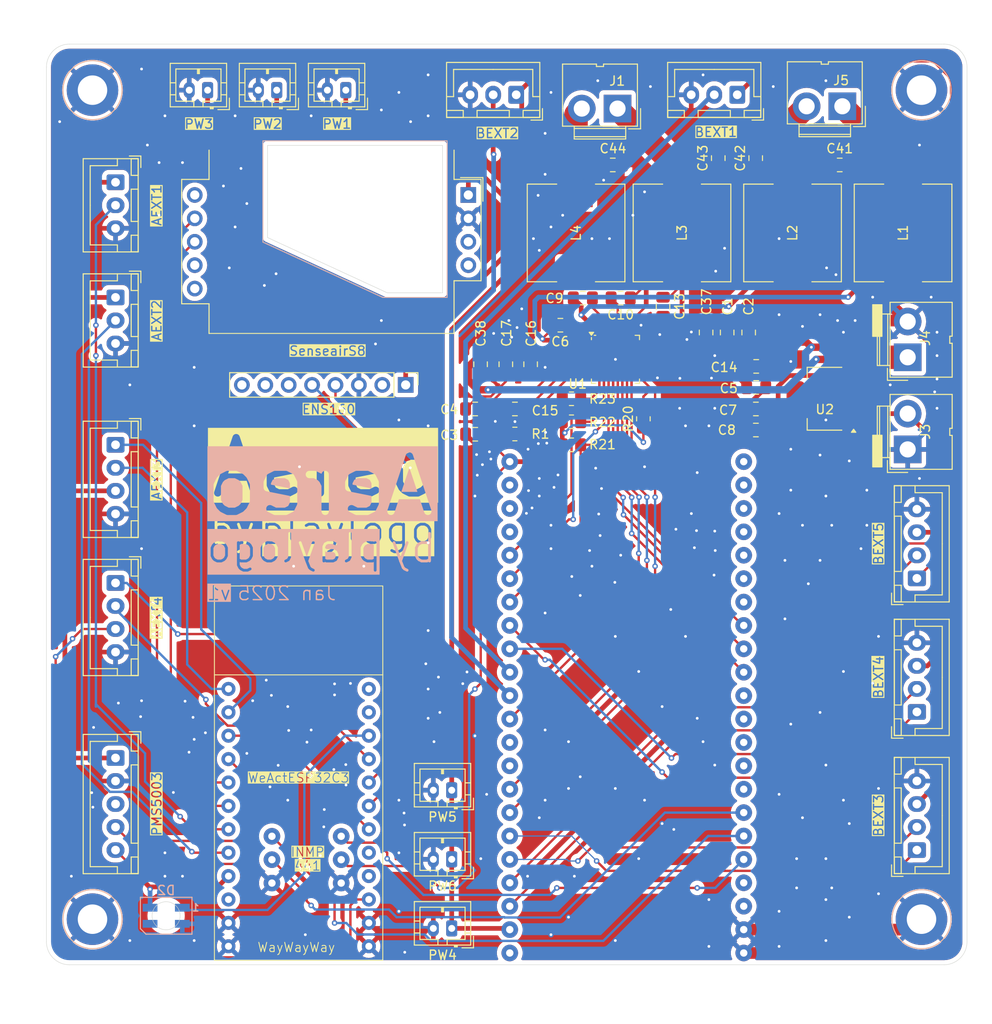
<source format=kicad_pcb>
(kicad_pcb (version 20240108) (generator "pcbnew") (generator_version "8.0")
  (layers (0 "F.Cu" signal) (31 "B.Cu" signal) (34 "B.Paste" user) (35 "F.Paste" user) (36 "B.SilkS" user "B.Silkscreen") (37 "F.SilkS" user "F.Silkscreen") (38 "B.Mask" user) (39 "F.Mask" user) (44 "Edge.Cuts" user))
  (net 0 "")
  (net 1 "GND")
  (net 2 "+5V")
  (net 3 "STATUS")
  (net 4 "EXT5")
  (net 5 "EXT6")
  (net 6 "+3.3V")
  (net 7 "EXT3")
  (net 8 "EXT4")
  (net 9 "S8_TX")
  (net 10 "S8_RX")
  (net 11 "ENS_SDA")
  (net 12 "ENS_SCL")
  (net 13 "PMS_TX")
  (net 14 "PMS_RX")
  (net 15 "EXT1")
  (net 16 "EXT2")
  (net 33 "+12VA")
  (net 34 "+3.3VA")
  (net 35 "Net-(U1-GVDD)")
  (net 36 "Net-(U1-OUT_A+)")
  (net 37 "Net-(U1-BST_A+)")
  (net 38 "+5VA")
  (net 39 "Net-(U1-BST_A-)")
  (net 40 "Net-(U1-OUT_A-)")
  (net 41 "Net-(U1-BST_B-)")
  (net 42 "Net-(U1-OUT_B-)")
  (net 43 "Net-(U1-OUT_B+)")
  (net 44 "Net-(U1-BST_B+)")
  (net 45 "Net-(U1-AVDD)")
  (net 46 "Net-(U1-VR_DIG)")
  (net 47 "A_SPEAKER_A_+")
  (net 48 "A_SPEAKER_A_-")
  (net 49 "A_SPEAKER_B_+")
  (net 50 "A_SPEAKER_B_-")
  (net 51 "A_SCLK")
  (net 55 "A_WARN")
  (net 56 "A_EXT1")
  (net 57 "A_LRCLK")
  (net 59 "A_SDA")
  (net 60 "A_INMP_WS")
  (net 61 "A_EXT3")
  (net 63 "A_FAULT")
  (net 64 "A_EXT6")
  (net 65 "A_EXT4")
  (net 67 "A_EXT5")
  (net 68 "A_INMP_SD")
  (net 70 "A_NEO_1")
  (net 74 "A_NEO_2")
  (net 79 "A_EXT2")
  (net 80 "A_SDIN")
  (net 81 "A_PDN")
  (net 82 "A_MUTE")
  (net 86 "A_SCL")
  (net 88 "A_INMP_SCK")
  (net 91 "Net-(U1-ADR)")
  (footprint "Capacitor_SMD:C_0805_2012Metric_Pad1.18x1.45mm_HandSolder" (layer "F.Cu") (at 97.1296 84.7559 90)
    (property "Reference" "C38")
    (property "Value" "22uF")
  )
  (footprint "Connector_JST:JST_PH_B2B-PH-K_1x02_P2.00mm_Vertical" (layer "F.Cu") (at 94 131 180)
    (property "Reference" "PW5")
    (property "Value" "Conn_01x02")
  )
  (footprint "0_MCU:ESP32-S3-Dev" (layer "F.Cu") (at 113 122 90)
    (property "Reference" "ESP32-S3_Dev1" (hide yes))
    (property "Value" "~")
  )
  (footprint "Connector_JST:JST_PH_B2B-PH-K_1x02_P2.00mm_Vertical" (layer "F.Cu") (at 82.5 55 180)
    (property "Reference" "PW1")
    (property "Value" "Conn_01x02")
  )
  (footprint "Resistor_SMD:R_0805_2012Metric_Pad1.20x1.40mm_HandSolder" (layer "F.Cu") (at 107 91)
    (property "Reference" "R22")
    (property "Value" "10k")
  )
  (footprint "Capacitor_SMD:C_0805_2012Metric_Pad1.18x1.45mm_HandSolder" (layer "F.Cu") (at 121.6152 81.3093 90)
    (property "Reference" "C37")
    (property "Value" "22uF")
  )
  (footprint "Resistor_SMD:R_0805_2012Metric_Pad1.20x1.40mm_HandSolder" (layer "F.Cu") (at 114.808 90.678 90)
    (property "Reference" "R20")
    (property "Value" "10k")
  )
  (footprint "Capacitor_SMD:C_0805_2012Metric_Pad1.18x1.45mm_HandSolder" (layer "F.Cu") (at 96.5493 92.3544 180)
    (property "Reference" "C3")
    (property "Value" "4.7uF")
  )
  (footprint "Capacitor_SMD:C_0805_2012Metric_Pad1.18x1.45mm_HandSolder" (layer "F.Cu") (at 126.238 81.3093 90)
    (property "Reference" "C2")
    (property "Value" "22uF")
  )
  (footprint "Capacitor_SMD:C_0805_2012Metric_Pad1.18x1.45mm_HandSolder" (layer "F.Cu") (at 123.9012 81.3093 90)
    (property "Reference" "C1")
    (property "Value" "0.1uF")
  )
  (footprint "MountingHole:MountingHole_3.2mm_M3_DIN965_Pad" (layer "F.Cu") (at 145 145)
    (property "Reference" "H3" (hide yes))
    (property "Value" "MountingHole")
  )
  (footprint "Connector_JST:JST_PH_B2B-PH-K_1x02_P2.00mm_Vertical" (layer "F.Cu") (at 67.5 55 180)
    (property "Reference" "PW3")
    (property "Value" "Conn_01x02")
  )
  (footprint "Connector_JST:JST_XH_B4B-XH-A_1x04_P2.50mm_Vertical" (layer "F.Cu") (at 57.5 108.5 -90)
    (property "Reference" "AEXT4")
    (property "Value" "Conn_01x04")
  )
  (footprint "Connector_JST:JST_XH_B3B-XH-A_1x03_P2.50mm_Vertical" (layer "F.Cu") (at 57.5 65 -90)
    (property "Reference" "AEXT1")
    (property "Value" "WS2812B")
  )
  (footprint "Connector:JWT_A3963_1x02_P3.96mm_Vertical" (layer "F.Cu") (at 143.5 84 90)
    (property "Reference" "J4")
    (property "Value" "VIN")
  )
  (footprint "Resistor_SMD:R_0805_2012Metric_Pad1.20x1.40mm_HandSolder" (layer "F.Cu") (at 100.854 92.329)
    (property "Reference" "R1")
    (property "Value" "0")
  )
  (footprint "Inductor_SMD:L_10.4x10.4_H4.8" (layer "F.Cu") (at 107.5 70.5 90)
    (property "Reference" "L4")
    (property "Value" "10uH")
  )
  (footprint "Capacitor_SMD:C_0805_2012Metric_Pad1.18x1.45mm_HandSolder" (layer "F.Cu") (at 136.1225 63.119 180)
    (property "Reference" "C41")
    (property "Value" "0.68uF")
  )
  (footprint "Sensor:Senseair_S8_Down" (layer "F.Cu") (at 95.8025 66.38 180)
    (property "Reference" "SenseairS8")
    (property "Value" "004-0-0010")
  )
  (footprint "Connector_JST:JST_XH_B3B-XH-A_1x03_P2.50mm_Vertical" (layer "F.Cu") (at 57.5 77.5 -90)
    (property "Reference" "AEXT2")
    (property "Value" "WS2812B")
  )
  (footprint "Capacitor_SMD:C_0805_2012Metric_Pad1.18x1.45mm_HandSolder" (layer "F.Cu") (at 127.0547 84.9884)
    (property "Reference" "C14")
    (property "Value" "1uF")
  )
  (footprint "MountingHole:MountingHole_3.2mm_M3_DIN965_Pad" (layer "F.Cu") (at 55 145)
    (property "Reference" "H4" (hide yes))
    (property "Value" "MountingHole")
  )
  (footprint "Connector_JST:JST_PH_B2B-PH-K_1x02_P2.00mm_Vertical" (layer "F.Cu") (at 94 138.5 180)
    (property "Reference" "PW6")
    (property "Value" "Conn_01x02")
  )
  (footprint "Capacitor_SMD:C_0805_2012Metric_Pad1.18x1.45mm_HandSolder" (layer "F.Cu") (at 111.4845 63.119)
    (property "Reference" "C44")
    (property "Value" "0.68uF")
  )
  (footprint "Connector_JST:JST_XH_B3B-XH-A_1x03_P2.50mm_Vertical" (layer "F.Cu") (at 101 55.5 180)
    (property "Reference" "BEXT2")
    (property "Value" "WS2812B")
  )
  (footprint "Connector:JWT_A3963_1x02_P3.96mm_Vertical" (layer "F.Cu") (at 112 57 180)
    (property "Reference" "J1")
    (property "Value" "Channel R")
  )
  (footprint "Inductor_SMD:L_10.4x10.4_H4.8" (layer "F.Cu") (at 119 70.5 90)
    (property "Reference" "L3")
    (property "Value" "10uH")
  )
  (footprint "0_WeAct:WeAct ESP32-C3Fx4 Core mini" (layer "F.Cu") (at 77.38 130.16)
    (property "Reference" "WeActESP32C3")
    (property "Value" "~")
  )
  (footprint "Capacitor_SMD:C_0805_2012Metric_Pad1.18x1.45mm_HandSolder" (layer "F.Cu") (at 127.0547 87.2744)
    (property "Reference" "C5")
    (property "Value" "1uF")
  )
  (footprint "Resistor_SMD:R_0805_2012Metric_Pad1.20x1.40mm_HandSolder" (layer "F.Cu") (at 107 88.5)
    (property "Reference" "R23")
    (property "Value" "10k")
  )
  (footprint "0_Sensors:INMP441" (layer "F.Cu") (at 78.24 138.54 90)
    (property "Reference" "INMP1" (hide yes))
    (property "Value" "~")
  )
  (footprint "Connector_JST:JST_XH_B5B-XH-A_1x05_P2.50mm_Vertical" (layer "F.Cu") (at 57.5 127.5 -90)
    (property "Reference" "PMS5003")
    (property "Value" "~")
  )
  (footprint "Capacitor_SMD:C_0805_2012Metric_Pad1.18x1.45mm_HandSolder" (layer "F.Cu") (at 108.2333 77.5716 180)
    (property "Reference" "C9")
    (property "Value" "0.47uF")
  )
  (footprint "Connector_JST:JST_XH_B4B-XH-A_1x04_P2.50mm_Vertical" (layer "F.Cu") (at 144.5 122.5 90)
    (property "Reference" "BEXT4")
    (property "Value" "Conn_01x04")
  )
  (footprint "Connector_JST:JST_PH_B2B-PH-K_1x02_P2.00mm_Vertical" (layer "F.Cu") (at 94 146 180)
    (property "Reference" "PW4")
    (property "Value" "Conn_01x02")
  )
  (footprint "Capacitor_SMD:C_0805_2012Metric_Pad1.18x1.45mm_HandSolder" (layer "F.Cu") (at 112.3403 77.5716)
    (property "Reference" "C10")
    (property "Value" "0.47uF")
  )
  (footprint "Capacitor_SMD:C_0805_2012Metric_Pad1.18x1.45mm_HandSolder" (layer "F.Cu") (at 100.8595 89.6112 180)
    (property "Reference" "C15")
    (property "Value" "1uF")
  )
  (footprint "Capacitor_SMD:C_0805_2012Metric_Pad1.18x1.45mm_HandSolder" (layer "F.Cu") (at 127.0215 91.8972 180)
    (property "Reference" "C8")
    (property "Value" "22uF")
  )
  (footprint "Connector:JWT_A3963_1x02_P3.96mm_Vertical" (layer "F.Cu") (at 136.4075 56.75 180)
    (property "Reference" "J5")
    (property "Value" "Channel L")
  )
  (footprint "Inductor_SMD:L_10.4x10.4_H4.8" (layer "F.Cu") (at 143 70.5 90)
    (property "Reference" "L1")
    (property "Value" "10uH")
  )
  (footprint "Connector_JST:JST_XH_B3B-XH-A_1x03_P2.50mm_Vertical" (layer "F.Cu") (at 125 55.5 180)
    (property "Reference" "BEXT1")
    (property "Value" "WS2812B")
  )
  (footprint "Capacitor_SMD:C_0805_2012Metric_Pad1.18x1.45mm_HandSolder" (layer "F.Cu") (at 122.936 62.3785 90)
    (property "Reference" "C43")
    (property "Value" "0.68uF")
  )
  (footprint "Package_DFN_QFN:VQFN-32-1EP_5x5mm_P0.5mm_EP3.1x3.1mm" (layer "F.Cu") (at 111.775 84.225)
    (property "Reference" "U1")
    (property "Value" "TAS5825MRHB")
  )
  (footprint "Package_TO_SOT_SMD:SOT-223-3_TabPin2" (layer "F.Cu") (at 134.5 88.5 180)
    (property "Reference" "U2")
    (property "Value" "AMS1117-5.0")
  )
  (footprint "Capacitor_SMD:C_0805_2012Metric_Pad1.18x1.45mm_HandSolder" (layer "F.Cu") (at 105.7949 80.518 180)
    (property "Reference" "C6")
    (property "Value" "0.47uF")
  )
  (footprint "MountingHole:MountingHole_3.2mm_M3_DIN965_Pad" (layer "F.Cu") (at 55 55)
    (property "Reference" "H1" (hide yes))
    (property "Value" "MountingHole")
  )
  (footprint "Connector_PinHeader_2.54mm:PinHeader_1x08_P2.54mm_Vertical" (layer "F.Cu") (at 89 87 -90)
    (property "Reference" "ENS160")
    (property "Value" "~")
  )
  (footprint "Connector_JST:JST_XH_B4B-XH-A_1x04_P2.50mm_Vertical" (layer "F.Cu") (at 57.5 93.5 -90)
    (property "Reference" "AEXT3")
    (property "Value" "Conn_01x04")
  )
  (footprint "Capacitor_SMD:C_0805_2012Metric_Pad1.18x1.45mm_HandSolder" (layer "F.Cu") (at 102.5652 84.7559 90)
    (property "Reference" "C16")
    (property "Value" "0.1uF")
  )
  (footprint "Capacitor_SMD:C_0805_2012Metric_Pad1.18x1.45mm_HandSolder" (layer "F.Cu") (at 127 62.3785 90)
    (property "Reference" "C42")
    (property "Value" "0.68uF")
  )
  (footprint "Connector:JWT_A3963_1x02_P3.96mm_Vertical" (layer "F.Cu") (at 143.5 94 90)
    (property "Reference" "J3")
    (property "Value" "5V")
  )
  (footprint "Inductor_SMD:L_10.4x10.4_H4.8" (layer "F.Cu") (at 131 70.5 90)
    (property "Reference" "L2")
    (property "Value" "10uH")
  )
  (footprint "Capacitor_SMD:C_0805_2012Metric_Pad1.18x1.45mm_HandSolder" (layer "F.Cu") (at 99.8728 84.7559 90)
    (property "Reference" "C17")
    (property "Value" "22uF")
  )
  (footprint "Capacitor_SMD:C_0805_2012Metric_Pad1.18x1.45mm_HandSolder" (layer "F.Cu") (at 127.0215 89.6112 180)
    (property "Reference" "C7")
    (property "Value" "10uF")
  )
  (footprint "Connector_JST:JST_XH_B4B-XH-A_1x04_P2.50mm_Vertical" (layer "F.Cu") (at 144.5 108 90)
    (property "Reference" "BEXT5")
    (property "Value" "Conn_01x04")
  )
  (footprint "Capacitor_SMD:C_0805_2012Metric_Pad1.18x1.45mm_HandSolder" (layer "F.Cu") (at 96.5415 89.6112 180)
    (property "Reference" "C4")
    (property "Value" "0.1uF")
  )
  (footprint "Connector_JST:JST_PH_B2B-PH-K_1x02_P2.00mm_Vertical" (layer "F.Cu") (at 75 55 180)
    (property "Reference" "PW2")
    (property "Value" "Conn_01x02")
  )
  (footprint "Capacitor_SMD:C_0805_2012Metric_Pad1.18x1.45mm_HandSolder" (layer "F.Cu") (at 116.9416 78.5153 90)
    (property "Reference" "C13")
    (property "Value" "0.47uF")
  )
  (footprint "MountingHole:MountingHole_3.2mm_M3_DIN965_Pad" (layer "F.Cu") (at 145 55)
    (property "Reference" "H2" (hide yes))
    (property "Value" "MountingHole")
  )
  (footprint "Resistor_SMD:R_0805_2012Metric_Pad1.20x1.40mm_HandSolder" (layer "F.Cu") (at 107 93.5)
    (property "Reference" "R21")
    (property "Value" "10k")
  )
  (footprint "Connector_JST:JST_XH_B4B-XH-A_1x04_P2.50mm_Vertical" (layer "F.Cu") (at 144.5 137.5 90)
    (property "Reference" "BEXT3")
    (property "Value" "Conn_01x04")
  )
  (footprint "LED_SMD:LED_SK6812MINI_PLCC4_3.5x3.5mm_P1.75mm" (layer "B.Cu") (at 63 144.625 180)
    (property "Reference" "D2")
    (property "Value" "SK6812MINI")
  )
  (gr_line (start 93.5 77.5) (end 86.5 77.5) (stroke (width 0.1)) (layer "B.SilkS"))
  (gr_circle (center 145 145) (end 143 142.5) (stroke (width 0.1)) (fill none) (layer "B.SilkS"))
  (gr_circle (center 55 145) (end 53 142.5) (stroke (width 0.1)) (fill none) (layer "B.SilkS"))
  (gr_line (start 73.5 60.5) (end 93.5 60.5) (stroke (width 0.1)) (layer "B.SilkS"))
  (gr_line (start 86.5 77.5) (end 73.5 71.5) (stroke (width 0.1)) (layer "B.SilkS"))
  (gr_circle (center 55 55) (end 53 52.5) (stroke (width 0.1)) (fill none) (layer "B.SilkS"))
  (gr_line (start 73.5 71.5) (end 73.5 60.5) (stroke (width 0.1)) (layer "B.SilkS"))
  (gr_circle (center 145 55) (end 143 52.5) (stroke (width 0.1)) (fill none) (layer "B.SilkS"))
  (gr_line (start 93.5 60.5) (end 93.5 77.5) (stroke (width 0.1)) (layer "B.SilkS"))
  (gr_rect (start 139.692 78.285) (end 140.716 81.735) (stroke (width 0.1)) (fill solid) (layer "F.SilkS"))
  (gr_circle (center 145 145) (end 143 142.5) (stroke (width 0.1)) (fill none) (layer "F.SilkS"))
  (gr_rect (start 139.696 92.456) (end 140.72 95.906) (stroke (width 0.1)) (fill solid) (layer "F.SilkS"))
  (gr_circle (center 55 145) (end 52.5 143) (stroke (width 0.1)) (fill none) (layer "F.SilkS"))
  (gr_circle (center 145 55) (end 142.5 53) (stroke (width 0.1)) (fill none) (layer "F.SilkS"))
  (gr_circle (center 55 55) (end 52.5 53) (stroke (width 0.1)) (fill none) (layer "F.SilkS"))
  (gr_line (start 74 71) (end 87 77) (stroke (width 0.05)) (layer "Edge.Cuts"))
  (gr_arc (start 149.94 147.45) (mid 149.207767 149.217767) (end 147.44 149.95) (stroke (width 0.05)) (layer "Edge.Cuts"))
  (gr_line (start 93 61) (end 74 61) (stroke (width 0.05)) (layer "Edge.Cuts"))
  (gr_line (start 93 77) (end 93 61) (stroke (width 0.05)) (layer "Edge.Cuts"))
  (gr_arc (start 50 52.5) (mid 50.732233 50.732233) (end 52.5 50) (stroke (width 0.05)) (layer "Edge.Cuts"))
  (gr_line (start 147.44 149.95) (end 52.5 149.95) (stroke (width 0.05)) (layer "Edge.Cuts"))
  (gr_line (start 52.5 50) (end 147.44 50) (stroke (width 0.05)) (layer "Edge.Cuts"))
  (gr_circle (center 62.992 144.6276) (end 61.7728 143.7132) (stroke (width 0.05)) (fill none) (layer "Edge.Cuts"))
  (gr_arc (start 52.5 149.95) (mid 50.732233 149.217767) (end 50 147.45) (stroke (width 0.05)) (layer "Edge.Cuts"))
  (gr_line (start 87 77) (end 93 77) (stroke (width 0.05)) (layer "Edge.Cuts"))
  (gr_line (start 50 147.44) (end 50 52.5) (stroke (width 0.05)) (layer "Edge.Cuts"))
  (gr_line (start 74 61) (end 74 71) (stroke (width 0.05)) (layer "Edge.Cuts"))
  (gr_arc (start 147.44 50) (mid 149.207767 50.732233) (end 149.94 52.5) (stroke (width 0.05)) (layer "Edge.Cuts"))
  (gr_line (start 149.94 52.5) (end 149.94 147.45) (stroke (width 0.05)) (layer "Edge.Cuts"))
  (gr_text "v1" (at 70.1 110.5 0) (layer "B.SilkS" knockout) (effects (font (size 1.5 1.5)) (justify left bottom mirror)))
  (gr_text "by" (at 92.5 106.5 -0) (layer "B.SilkS") (effects (font (size 3 3) (thickness 0.3)) (justify left bottom mirror)))
  (gr_text "playlogo" (at 86.6 106.5 -0) (layer "B.SilkS" knockout) (effects (font (size 3 3) (thickness 0.3)) (justify left bottom mirror)))
  (gr_text "Jan 2025" (at 81.55 110.5 0) (layer "B.SilkS") (effects (font (size 1.5 1.5)) (justify left bottom mirror)))
  (gr_text "Aereo" (at 92.5 101.5 -0) (layer "B.SilkS" knockout) (effects (font (size 6 6) (thickness 0.8)) (justify left bottom mirror)))
  (gr_text "by" (at 67.5 104.5 0) (layer "F.SilkS") (effects (font (size 3 3) (thickness 0.3)) (justify left bottom)))
  (gr_text "Aereo" (at 67.5 99.5 0) (layer "F.SilkS" knockout) (effects (font (size 6 6) (thickness 0.8)) (justify left bottom)))
  (gr_text "playlogo" (at 73 104.5 0) (layer "F.SilkS" knockout) (effects (font (size 3 3) (thickness 0.3)) (justify left bottom)))
  (gr_text "441" (at 76.8604 139.8016 0) (layer "F.SilkS" knockout) (effects (font (size 1 1) (thickness 0.1)) (justify left bottom)))
  (gr_text "WayWayWay" (at 72.8472 148.6408 0) (layer "F.SilkS") (effects (font (size 1 1) (thickness 0.1)) (justify left bottom)))
  (segment (start 110.025 81.7875) (end 110.525 81.7875) (width 0.254) (layer "F.Cu") (net 1))
  (segment (start 132.08 80.645) (end 130.81 80.645) (width 1.27) (layer "F.Cu") (net 1))
  (segment (start 95.504 89.6112) (end 96.8598 88.2554) (width 0.254) (layer "F.Cu") (net 1))
  (segment (start 123.9012 80.2718) (end 126.238 80.2718) (width 0.8) (layer "F.Cu") (net 1))
  (segment (start 111.775 84.225) (end 112.025 84.475) (width 0.254) (layer "F.Cu") (net 1))
  (segment (start 125.984 89.3826) (end 128.0922 87.2744) (width 0.508) (layer "F.Cu") (net 1))
  (segment (start 113.025 81.7875) (end 113.025 82.975) (width 0.254) (layer "F.Cu") (net 1))
  (segment (start 103.4366 85.7934) (end 104.14 85.09) (width 0.508) (layer "F.Cu") (net 1))
  (segment (start 109.3375 84.475) (end 104.755 84.475) (width 0.254) (layer "F.Cu") (net 1))
  (segment (start 130.81 146.13) (end 143.87 146.13) (width 1.27) (layer "F.Cu") (net 1))
  (segment (start 91.49 146) (end 88.9 148.59) (width 0.508) (layer "F.Cu") (net 1))
  (segment (start 137.65 90.8) (end 134.47 93.98) (width 0.508) (layer "F.Cu") (net 1))
  (segment (start 102.5652 85.7934) (end 99.8728 85.7934) (width 0.508) (layer "F.Cu") (net 1))
  (segment (start 98.243533 88.2554) (end 99.8728 86.626133) (width 0.254) (layer "F.Cu") (net 1))
  (segment (start 133.985 79.375) (end 135.255 79.375) (width 1.27) (layer "F.Cu") (net 1))
  (segment (start 137.795 80.01) (end 143.39 80.01) (width 1.27) (layer "F.Cu") (net 1))
  (segment (start 125.984 89.6112) (end 125.984 89.3826) (width 0.508) (layer "F.Cu") (net 1))
  (segment (start 134.47 93.98) (end 128.0668 93.98) (width 0.508) (layer "F.Cu") (net 1))
  (segment (start 96.8598 88.2554) (end 98.243533 88.2554) (width 0.254) (layer "F.Cu") (net 1))
  (segment (start 128.0922 87.2744) (end 128.0922 84.9884) (width 0.508) (layer "F.Cu") (net 1))
  (segment (start 135.255 79.375) (end 135.89 80.01) (width 1.27) (layer "F.Cu") (net 1))
  (segment (start 85.6 146) (end 85 145.4) (width 0.508) (layer "F.Cu") (net 1))
  (segment (start 95.5118 89.619) (end 95.504 89.6112) (width 0.254) (layer "F.Cu") (net 1))
  (segment (start 128.0668 93.98) (end 125.984 91.8972) (width 0.508) (layer "F.Cu") (net 1))
  (segment (start 92 146) (end 85.6 146) (width 0.508) (layer "F.Cu") (net 1))
  (segment (start 97.1296 85.7934) (end 99.8728 85.7934) (width 0.508) (layer "F.Cu") (net 1))
  (segment (start 99.8728 86.626133) (end 99.8728 85.7934) (width 0.254) (layer "F.Cu") (net 1))
  (segment (start 133.35 79.375) (end 132.08 80.645) (width 1.27) (layer "F.Cu") (net 1))
  (segment (start 143.5 94) (end 140.85 94) (width 0.508) (layer "F.Cu") (net 1))
  (segment (start 140.85 94) (end 137.65 90.8) (width 0.508) (layer "F.Cu") (net 1))
  (segment (start 133.985 79.375) (end 133.35 79.375) (width 1.27) (layer "F.Cu") (net 1))
  (segment (start 125.7 148.67) (end 128.27 148.67) (width 1.27) (layer "F.Cu") (net 1))
  (segment (start 57.5 130) (end 62.5376 130) (width 0.254) (layer "F.Cu") (net 1))
  (segment (start 113.525 81.7875) (end 113.525 81.547) (width 0.254) (layer "F.Cu") (net 1))
  (segment (start 92 146) (end 91.49 146) (width 0.508) (layer "F.Cu") (net 1))
  (segment (start 125.7 146.13) (end 130.81 146.13) (width 1.27) (layer "F.Cu") (net 1))
  (segment (start 102.5652 85.7934) (end 103.4366 85.7934) (width 0.508) (layer "F.Cu") (net 1))
  (segment (start 146.431 83.051) (end 146.431 87.757) (width 0.508) (layer "F.Cu") (net 1))
  (segment (start 139.7 77.47) (end 140.85 77.47) (width 1.27) (layer "F.Cu") (net 1))
  (segment (start 135.89 80.645) (end 136.525 81.28) (width 1.27) (layer "F.Cu") (net 1))
  (segment (start 113.525 81.547) (end 114.554 80.518) (width 0.254) (layer "F.Cu") (net 1))
  (segment (start 126.238 80.2718) (end 128.6432 80.2718) (width 1.27) (layer "F.Cu") (net 1))
  (segment (start 143.5 80.12) (end 146.431 83.051) (width 0.508) (layer "F.Cu") (net 1))
  (segment (start 121.6152 80.2718) (end 120.9978 80.2718) (width 0.8) (layer "F.Cu") (net 1))
  (segment (start 120.9978 80.2718) (end 120.015 81.2546) (width 0.8) (layer "F.Cu") (net 1))
  (segment (start 99.822 92.297) (end 99.854 92.329) (width 0.508) (layer "F.Cu") (net 1))
  (segment (start 130.81 80.645) (end 129.54 79.375) (width 1.27) (layer "F.Cu") (net 1))
  (segment (start 121.9 84.475) (end 114.2125 84.475) (width 0.254) (layer "F.Cu") (net 1))
  (segment (start 110.525 81.7875) (end 110.525 82.975) (width 0.254) (layer "F.Cu") (net 1))
  (segment (start 135.89 80.01) (end 137.795 80.01) (width 1.27) (layer "F.Cu") (net 1))
  (segment (start 111.525 84.475) (end 109.3375 84.475) (width 0.254) (layer "F.Cu") (net 1))
  (segment (start 143.87 146.13) (end 145 145) (width 1.27) (layer "F.Cu") (net 1))
  (segment (start 120.015 81.5848) (end 119.5324 82.0674) (width 0.8) (layer "F.Cu") (net 1))
  (segment (start 57.5 130) (end 56.182 130) (width 0.254) (layer "F.Cu") (net 1))
  (segment (start 104.755 84.475) (end 104.14 85.09) (width 0.254) (layer "F.Cu") (net 1))
  (segment (start 112.025 84.475) (end 114.2125 84.475) (width 0.254) (layer "F.Cu") (net 1))
  (segment (start 99.854 92.329) (end 99.854 92.5002) (width 0.508) (layer "F.Cu") (net 1))
  (segment (start 128.6432 80.2718) (end 129.54 79.375) (width 1.27) (layer "F.Cu") (net 1))
  (segment (start 62.5376 130) (end 63.7794 131.2418) (width 0.254) (layer "F.Cu") (net 1))
  (segment (start 125.984 89.6112) (end 125.984 91.8972) (width 0.508) (layer "F.Cu") (net 1))
  (segment (start 96.6978 93.5404) (end 95.5118 92.3544) (width 0.508) (layer "F.Cu") (net 1))
  (segment (start 122.555 83.82) (end 121.9 84.475) (width 0.254) (layer "F.Cu") (net 1))
  (segment (start 111.775 84.225) (end 111.525 84.475) (width 0.254) (layer "F.Cu") (net 1))
  (segment (start 135.89 80.01) (end 135.89 80.645) (width 1.27) (layer "F.Cu") (net 1))
  (segment (start 96.6978 94.5642) (end 96.6978 93.5404) (width 0.508) (layer "F.Cu") (net 1))
  (segment (start 140.85 77.47) (end 143.5 80.12) (width 1.27) (layer "F.Cu") (net 1))
  (segment (start 143.39 80.01) (end 143.5 80.12) (width 1.27) (layer "F.Cu") (net 1))
  (segment (start 113.025 82.975) (end 111.775 84.225) (width 0.254) (layer "F.Cu") (net 1))
  (segment (start 120.015 81.2546) (end 120.015 81.5848) (width 0.8) (layer "F.Cu") (net 1))
  (segment (start 110.525 82.975) (end 111.775 84.225) (width 0.254) (layer "F.Cu") (net 1))
  (segment (start 56.182 130) (end 54.9148 131.2672) (width 0.254) (layer "F.Cu") (net 1))
  (segment (start 113.525 81.7875) (end 113.025 81.7875) (width 0.254) (layer "F.Cu") (net 1))
  (segment (start 136.525 81.28) (end 137.795 80.01) (width 1.27) (layer "F.Cu") (net 1))
  (segment (start 99.822 89.6112) (end 99.822 92.297) (width 0.508) (layer "F.Cu") (net 1))
  (segment (start 95.5118 92.3544) (end 95.5118 89.619) (width 0.508) (layer "F.Cu") (net 1))
  (segment (start 121.6152 80.2718) (end 123.9012 80.2718) (width 0.8) (layer "F.Cu") (net 1))
  (segment (start 128.27 148.67) (end 130.81 146.13) (width 1.27) (layer "F.Cu") (net 1))
  (via (at 74.2696 130.6322) (size 0.6) (drill 0.3) (layers "F.Cu" "B.Cu") (net 1))
  (via (at 88.8746 134.7724) (size 0.6) (drill 0.3) (layers "F.Cu" "B.Cu") (net 1))
  (via (at 81.28 119.4562) (size 0.6) (drill 0.3) (layers "F.Cu" "B.Cu") (net 1))
  (via (at 130.81 123.825) (size 0.6) (drill 0.3) (layers "F.Cu" "B.Cu") (net 1))
  (via (at 132.08 133.985) (size 0.6) (drill 0.3) (layers "F.Cu" "B.Cu") (net 1))
  (via (at 104.14 59.69) (size 0.6) (drill 0.3) (layers "F.Cu" "B.Cu") (net 1))
  (via (at 85.725 82.55) (size 0.6) (drill 0.3) (layers "F.Cu" "B.Cu") (net 1))
  (via (at 136.525 132.08) (size 0.6) (drill 0.3) (layers "F.Cu" "B.Cu") (net 1))
  (via (at 122.6566 74.6506) (size 0.6) (drill 0.3) (layers "F.Cu" "B.Cu") (net 1))
  (via (at 130.81 93.98) (size 0.6) (drill 0.3) (layers "F.Cu" "B.Cu") (net 1))
  (via (at 110.49 64.77) (size 0.6) (drill 0.3) (layers "F.Cu" "B.Cu") (net 1))
  (via (at 116.84 134.62) (size 0.6) (drill 0.3) (layers "F.Cu" "B.Cu") (net 1))
  (via (at 120.65 96.52) (size 0.6) (drill 0.3) (layers "F.Cu" "B.Cu") (net 1))
  (via (at 146.05 77.47) (size 0.6) (drill 0.3) (layers "F.Cu" "B.Cu") (net 1))
  (via (at 73.8632 119.0498) (size 0.6) (drill 0.3) (layers "F.Cu" "B.Cu") (net 1))
  (via (at 132.715 108.585) (size 0.6) (drill 0.3) (layers "F.Cu" "B.Cu") (net 1))
  (via (at 76.2 121.92) (size 0.6) (drill 0.3) (layers "F.Cu" "B.Cu") (net 1))
  (via (at 80.1116 134.9756) (size 0.6) (drill 0.3) (layers "F.Cu" "B.Cu") (net 1))
  (via (at 139.065 102.235) (size 0.6) (drill 0.3) (layers "F.Cu" "B.Cu") (net 1))
  (via (at 133.985 94.615) (size 0.6) (drill 0.3) (layers "F.Cu" "B.Cu") (net 1))
  (via (at 122.555 102.87) (size 0.6) (drill 0.3) (layers "F.Cu" "B.Cu") (net 1))
  (via (at 66.04 125.476) (size 0.6) (drill 0.3) (layers "F.Cu" "B.Cu") (net 1))
  (via (at 91.44 120.015) (size 0.6) (drill 0.3) (layers "F.Cu" "B.Cu") (net 1))
  (via (at 83.0072 119.4054) (size 0.6) (drill 0.3) (layers "F.Cu" "B.Cu") (net 1))
  (via (at 62.23 68.58) (size 0.6) (drill 0.3) (layers "F.Cu" "B.Cu") (net 1))
  (via (at 111.775 84.225) (size 0.6) (drill 0.3) (layers "F.Cu" "B.Cu") (net 1))
  (via (at 57.8104 121.539) (size 0.6) (drill 0.3) (layers "F.Cu" "B.Cu") (net 1))
  (via (at 91.44 104.14) (size 0.6) (drill 0.3) (layers "F.Cu" "B.Cu") (net 1))
  (via (at 135.255 141.605) (size 0.6) (drill 0.3) (layers "F.Cu" "B.Cu") (net 1))
  (via (at 70.485 57.785) (size 0.6) (drill 0.3) (layers "F.Cu" "B.Cu") (net 1))
  (via (at 137.795 80.01) (size 0.6) (drill 0.3) (layers "F.Cu" "B.Cu") (net 1))
  (via (at 120.65 123.19) (size 0.6) (drill 0.3) (layers "F.Cu" "B.Cu") (net 1))
  (via (at 103.505 133.985) (size 0.6) (drill 0.3) (layers "F.Cu" "B.Cu") (net 1))
  (via (at 62.865 57.785) (size 0.6) (drill 0.3) (layers "F.Cu" "B.Cu") (net 1))
  (via (at 134.62 138.43) (size 0.6) (drill 0.3) (layers "F.Cu" "B.Cu") (net 1))
  (via (at 103.4034 93.3704) (size 0.6) (drill 0.3) (layers "F.Cu" "B.Cu") (net 1))
  (via (at 115.57 54.61) (size 0.6) (drill 0.3) (layers "F.Cu" "B.Cu") (net 1))
  (via (at 60.2234 123.0122) (size 0.6) (drill 0.3) (layers "F.Cu" "B.Cu") (net 1))
  (via (at 121.92 147.955) (size 0.6) (drill 0.3) (layers "F.Cu" "B.Cu") (net 1))
  (via (at 137.16 95.25) (size 0.6) (drill 0.3) (layers "F.Cu" "B.Cu") (net 1))
  (via (at 102.87 71.12) (size 0.6) (drill 0.3) (layers "F.Cu" "B.Cu") (net 1))
  (via (at 109.6264 96.0374) (size 0.6) (drill 0.3) (layers "F.Cu" "B.Cu") (net 1))
  (via (at 104.14 132.08) (size 0.6) (drill 0.3) (layers "F.Cu" "B.Cu") (net 1))
  (via (at 138.43 104.775) (size 0.6) (drill 0.3) (layers "F.Cu" "B.Cu") (net 1))
  (via (at 91.44 123.19) (size 0.6) (drill 0.3) (layers "F.Cu" "B.Cu") (net 1))
  (via (at 106.68 130.81) (size 0.6) (drill 0.3) (layers "F.Cu" "B.Cu") (net 1))
  (via (at 111.76 114.3) (size 0.6) (drill 0.3) (layers "F.Cu" "B.Cu") (net 1))
  (via (at 101.092 80.772) (size 0.6) (drill 0.3) (layers "F.Cu" "B.Cu") (net 1))
  (via (at 118.745 89.535) (size 0.6) (drill 0.3) (layers "F.Cu" "B.Cu") (net 1))
  (via (at 116.332 86.233) (size 0.6) (drill 0.3) (layers "F.Cu" "B.Cu") (net 1))
  (via (at 97.3328 95.6564) (size 0.6) (drill 0.3) (layers "F.Cu" "B.Cu") (net 1))
  (via (at 100.203 80.01) (size 0.6) (drill 0.3) (layers "F.Cu" "B.Cu") (net 1))
  (via (at 102.235 140.335) (size 0.6) (drill 0.3) (layers "F.Cu" "B.Cu") (net 1))
  (via (at 128.905 54.61) (size 0.6) (drill 0.3) (layers "F.Cu" "B.Cu") (net 1))
  (via (at 54.9148 131.2672) (size 0.6) (drill 0.3) (layers "F.Cu" "B.Cu") (net 1))
  (via (at 104.14 111.76) (size 0.6) (drill 0.3) (layers "F.Cu" "B.Cu") (net 1))
  (via (at 130.81 98.425) (size 0.6) (drill 0.3) (layers "F.Cu" "B.Cu") (net 1))
  (via (at 129.54 144.145) (size 0.6) (drill 0.3) (layers "F.Cu" "B.Cu") (net 1))
  (via (at 114.554 80.518) (size 0.6) (drill 0.3) (layers "F.Cu" "B.Cu") (net 1))
  (via (at 114.935 132.08) (size 0.6) (drill 0.3) (layers "F.Cu" "B.Cu") (net 1))
  (via (at 60.325 121.285) (size 0.6) (drill 0.3) (layers "F.Cu" "B.Cu") (net 1))
  (via (at 96.774 96.7994) (size 0.6) (drill 0.3) (layers "F.Cu" "B.Cu") (net 1))
  (via (at 134.62 99.06) (size 0.6) (drill 0.3) (layers "F.Cu" "B.Cu") (net 1))
  (via (at 104.14 124.46) (size 0.6) (drill 0.3) (layers "F.Cu" "B.Cu") (net 1))
  (via (at 133.985 122.555) (size 0.6) (drill 0.3) (layers "F.Cu" "B.Cu") (net 1))
  (via (at 131.445 138.43) (size 0.6) (drill 0.3) (layers "F.Cu" "B.Cu") (net 1))
  (via (at 95.1992 119.4308) (size 0.6) (drill 0.3) (layers "F.Cu" "B.Cu") (net 1))
  (via (at 104.775 55.245) (size 0.6) (drill 0.3) (layers "F.Cu" "B.Cu") (net 1))
  (via (at 89.535 58.42) (size 0.6) (drill 0.3) (layers "F.Cu" "B.Cu") (net 1))
  (via (at 88.265 144.145) (size 0.6) (drill 0.3) (layers "F.Cu" "B.Cu") (net 1))
  (via (at 114.3 118.11) (size 0.6) (drill 0.3) (layers "F.Cu" "B.Cu") (net 1))
  (via (at 84.455 106.68) (size 0.6) (drill 0.3) (layers "F.Cu" "B.Cu") (net 1))
  (via (at 78.74 124.46) (size 0.6) (drill 0.3) (layers "F.Cu" "B.Cu") (net 1))
  (via (at 121.92 142.875) (size 0.6) (drill 0.3) (layers "F.Cu" "B.Cu") (net 1))
  (via (at 74.93 74.93) (size 0.6) (drill 0.3) (layers "F.Cu" "B.Cu") (net 1))
  (via (at 101.6 78.74) (size 0.6) (drill 0.3) (layers "F.Cu" "B.Cu") (net 1))
  (via (at 62.865 140.335) (size 0.6) (drill 0.3) (layers "F.Cu" "B.Cu") (net 1))
  (via (at 139.7 77.47) (size 0.6) (drill 0.3) (layers "F.Cu" "B.Cu") (net 1))
  (via (at 113.665 68.58) (size 0.6) (drill 0.3) (layers "F.Cu" "B.Cu") (net 1))
  (via (at 120.015 81.2546) (size 0.6) (drill 0.3) (layers "F.Cu" "B.Cu") (net 1))
  (via (at 135.89 80.01) (size 0.6) (drill 0.3) (layers "F.Cu" "B.Cu") (net 1))
  (via (at 76.835 106.68) (size 0.6) (drill 0.3) (layers "F.Cu" "B.Cu") (net 1))
  (via (at 144.78 60.96) (size 0.6) (drill 0.3) (layers "F.Cu" "B.Cu") (net 1))
  (via (at 116.586 81.534) (size 0.6) (drill 0.3) (layers "F.Cu" "B.Cu") (net 1))
  (via (at 118.11 135.255) (size 0.6) (drill 0.3) (layers "F.Cu" "B.Cu") (net 1))
  (via (at 102.108 100.9396) (size 0.6) (drill 0.3) (layers "F.Cu" "B.Cu") (net 1))
  (via (at 63.7794 131.2418) (size 0.6) (drill 0.3) (layers "F.Cu" "B.Cu") (net 1))
  (via (at 81.28 120.65) (size 0.6) (drill 0.3) (layers "F.Cu" "B.Cu") (net 1))
  (via (at 132.08 102.235) (size 0.6) (drill 0.3) (layers "F.Cu" "B.Cu") (net 1))
  (via (at 111.7092 108.4326) (size 0.6) (drill 0.3) (layers "F.Cu" "B.Cu") (net 1))
  (via (at 134.62 128.27) (size 0.6) (drill 0.3) (layers "F.Cu" "B.Cu") (net 1))
  (via (at 96.52 125.095) (size 0.6) (drill 0.3) (layers "F.Cu" "B.Cu") (net 1))
  (via (at 78.74 57.785) (size 0.6) (drill 0.3) (layers "F.Cu" "B.Cu") (net 1))
  (via (at 77.47 95.885) (size 0.6) (drill 0.3) (layers "F.Cu" "B.Cu") (net 1))
  (via (at 106.045 68.58) (size 0.6) (drill 0.3) (layers "F.Cu" "B.Cu") (net 1))
  (via (at 66.04 91.44) (size 0.6) (drill 0.3) (layers "F.Cu" "B.Cu") (net 1))
  (via (at 81.2038 128.7526) (size 0.6) (drill 0.3) (layers "F.Cu" "B.Cu") (net 1))
  (via (at 146.685 83.82) (size 0.6) (drill 0.3) (layers "F.Cu" "B.Cu") (net 1))
  (via (at 60.96 60.96) (size 0.6) (drill 0.3) (layers "F.Cu" "B.Cu") (net 1))
  (via (at 118.7704 86.2838) (size 0.6) (drill 0.3) (layers "F.Cu" "B.Cu") (net 1))
  (via (at 107.95 109.855) (size 0.6) (drill 0.3) (layers "F.Cu" "B.Cu") (net 1))
  (via (at 59.055 86.995) (size 0.6) (drill 0.3) (layers "F.Cu" "B.Cu") (net 1))
  (via (at 122.4788 107.6452) (size 0.6) (drill 0.3) (layers "F.Cu" "B.Cu") (net 1))
  (via (at 146.685 89.535) (size 0.6) (drill 0.3) (layers "F.Cu" "B.Cu") (net 1))
  (via (at 52.705 140.335) (size 0.6) (drill 0.3) (layers "F.Cu" "B.Cu") (net 1))
  (via (at 104.3178 93.3196) (size 0.6) (drill 0.3) (layers "F.Cu" "B.Cu") (net 1))
  (via (at 129.54 71.12) (size 0.6) (drill 0.3) (layers "F.Cu" "B.Cu") (net 1))
  (via (at 64.77 140.335) (size 0.6) (drill 0.3) (layers "F.Cu" "B.Cu") (net 1))
  (via (at 104.14 64.135) (size 0.6) (drill 0.3) (layers "F.Cu" "B.Cu") (net 1))
  (via (at 96.6978 94.5642) (size 0.6) (drill 0.3) (layers "F.Cu" "B.Cu") (net 1))
  (via (at 111.125 71.12) (size 0.6) (drill 0.3) (layers "F.Cu" "B.Cu") (net 1))
  (via (at 75.1586 128.2954) (size 0.6) (drill 0.3) (layers "F.Cu" "B.Cu") (net 1))
  (via (at 136.525 81.28) (size 0.6) (drill 0.3) (layers "F.Cu" "B.Cu") (net 1))
  (via (at 106.68 125.73) (size 0.6) (drill 0.3) (layers "F.Cu" "B.Cu") (net 1))
  (via (at 91.44 53.34) (size 0.6) (drill 0.3) (layers "F.Cu" "B.Cu") (net 1))
  (via (at 110.109 103.3526) (size 0.6) (drill 0.3) (layers "F.Cu" "B.Cu") (net 1))
  (via (at 65.913 123.0884) (size 0.6) (drill 0.3) (layers "F.Cu" "B.Cu") (net 1))
  (via (at 86.36 57.15) (size 0.6) (drill 0.3) (layers "F.Cu" "B.Cu") (net 1))
  (via (at 79.7306 138.0998) (size 0.6) (drill 0.3) (layers "F.Cu" "B.Cu") (net 1))
  (via (at 137.16 134.62) (size 0.6) (drill 0.3) (layers "F.Cu" "B.Cu") (net 1))
  (via (at 82.4992 128.2192) (size 0.6) (drill 0.3) (layers "F.Cu" "B.Cu") (net 1))
  (via (at 121.285 53.34) (size 0.6) (drill 0.3) (layers "F.Cu" "B.Cu") (net 1))
  (via (at 88.9 148.59) (size 0.6) (drill 0.3) (layers "F.Cu" "B.Cu") (net 1))
  (via (at 109.22 71.12) (size 0.6) (drill 0.3) (layers "F.Cu" "B.Cu") (net 1))
  (via (at 64.77 62.865) (size 0.6) (drill 0.3) (layers "F.Cu" "B.Cu") (net 1))
  (via (at 92.075 125.73) (size 0.6) (drill 0.3) (layers "F.Cu" "B.Cu") (net 1))
  (via (at 118.3386 102.6668) (size 0.6) (drill 0.3) (layers "F.Cu" "B.Cu") (net 1))
  (via (at 55.0418 132.842) (size 0.6) (drill 0.3) (layers "F.Cu" "B.Cu") (net 1))
  (via (at 141.605 86.995) (size 0.6) (drill 0.3) (layers "F.Cu" "B.Cu") (net 1))
  (via (at 146.685 81.28) (size 0.6) (drill 0.3) (layers "F.Cu" "B.Cu") (net 1))
  (via (at 129.54 79.375) (size 0.6) (drill 0.3) (layers "F.Cu" "B.Cu") (net 1))
  (via (at 120.015 100.965) (size 0.6) (drill 0.3) (layers "F.Cu" "B.Cu") (net 1))
  (via (at 114.935 95.885) (size 0.6) (drill 0.3) (layers "F.Cu" "B.Cu") (net 1))
  (via (at 140.335 142.24) (size 0.6) (drill 0.3) (layers "F.Cu" "B.Cu") (net 1))
  (via (at 66.04 85.09) (size 0.6) (drill 0.3) (layers "F.Cu" "B.Cu") (net 1))
  (via (at 88.265 137.795) (size 0.6) (drill 0.3) (layers "F.Cu" "B.Cu") (net 1))
  (via (at 103.505 97.155) (size 0.6) (drill 0.3) (layers "F.Cu" "B.Cu") (net 1))
  (via (at 146.685 86.36) (size 0.6) (drill 0.3) (layers "F.Cu" "B.Cu") (net 1))
  (via (at 136.525 118.11) (size 0.6) (drill 0.3) (layers "F.Cu" "B.Cu") (net 1))
  (via (at 76.3016 124.5108) (size 0.6) (drill 0.3) (layers "F.Cu" "B.Cu") (net 1))
  (via (at 55.118 124.1806) (size 0.6) (drill 0.3) (layers "F.Cu" "B.Cu") (net 1))
  (via (at 114.935 66.04) (size 0.6) (drill 0.3) (layers "F.Cu" "B.Cu") (net 1))
  (via (at 92.71 122.555) (size 0.6) (drill 0.3) (layers "F.Cu" "B.Cu") (net 1))
  (via (at 108.966 104.9782) (size 0.6) (drill 0.3) (layers "F.Cu" "B.Cu") (net 1))
  (via (at 135.7122 75.0316) (size 0.6) (drill 0.3) (layers "F.Cu" "B.Cu") (net 1))
  (via (at 102.7176 100.3554) (size 0.6) (drill 0.3) (layers "F.Cu" "B.Cu") (net 1))
  (via (at 91.44 113.665) (size 0.6) (drill 0.3) (layers "F.Cu" "B.Cu") (net 1))
  (via (at 102.2858 93.98) (size 0.6) (drill 0.3) (layers "F.Cu" "B.Cu") (net 1))
  (via (at 96.52 99.06) (size 0.6) (drill 0.3) (layers "F.Cu" "B.Cu") (net 1))
  (via (at 88.8238 133.477) (size 0.6) (drill 0.3) (layers "F.Cu" "B.Cu") (net 1))
  (via (at 123.6218 72.1614) (size 0.6) (drill 0.3) (layers "F.Cu" "B.Cu") (net 1))
  (via (at 134.62 90.805) (size 0.6) (drill 0.3) (layers "F.Cu" "B.Cu") (net 1))
  (via (at 134.62 53.975) (size 0.6) (drill 0.3) (layers "F.Cu" "B.Cu") (net 1))
  (via (at 140.335 114.3) (size 0.6) (drill 0.3) (layers "F.Cu" "B.Cu") (net 1))
  (via (at 122.1994 86.2584) (size 0.6) (drill 0.3) (layers "F.Cu" "B.Cu") (net 1))
  (via (at 97.79 131.445) (size 0.6) (drill 0.3) (layers "F.Cu" "B.Cu") (net 1))
  (via (at 109.855 53.975) (size 0.6) (drill 0.3) (layers "F.Cu" "B.Cu") (net 1))
  (via (at 60.325 52.705) (size 0.6) (drill 0.3) (layers "F.Cu" "B.Cu") (net 1))
  (via (at 71.12 63.5) (size 0.6) (drill 0.3) (layers "F.Cu" "B.Cu") (net 1))
  (via (at 134.62 147.32) (size 0.6) (drill 0.3) (layers "F.Cu" "B.Cu") (net 1))
  (via (at 88.265 132.08) (size 0.6) (drill 0.3) (layers "F.Cu" "B.Cu") (net 1))
  (via (at 114.3 138.43) (size 0.6) (drill 0.3) (layers "F.Cu" "B.Cu") (net 1))
  (via (at 51.435 58.42) (size 0.6) (drill 0.3) (layers "F.Cu" "B.Cu") (net 1))
  (via (at 66.04 147.32) (size 0.6) (drill 0.3) (layers "F.Cu" "B.Cu") (net 1))
  (via (at 129.54 147.955) (size 0.6) (drill 0.3) (layers "F.Cu" "B.Cu") (net 1))
  (via (at 140.335 130.81) (size 0.6) (drill 0.3) (layers "F.Cu" "B.Cu") (net 1))
  (via (at 97.155 138.43) (size 0.6) (drill 0.3) (layers "F.Cu" "B.Cu") (net 1))
  (via (at 120.5738 102.8192) (size 0.6) (drill 0.3) (layers "F.Cu" "B.Cu") (net 1))
  (via (at 133.985 106.045) (size 0.6) (drill 0.3) (layers "F.Cu" "B.Cu") (net 1))
  (via (at 129.54 100.965) (size 0.6) (drill 0.3) (layers "F.Cu" "B.Cu") (net 1))
  (via (at 59.055 147.32) (size 0.6) (drill 0.3) (layers "F.Cu" "B.Cu") (net 1))
  (via (at 73.66 76.2) (size 0.6) (drill 0.3) (layers "F.Cu" "B.Cu") (net 1))
  (via (at 119.38 114.3) (size 0.6) (drill 0.3) (layers "F.Cu" "B.Cu") (net 1))
  (via (at 122.555 128.27) (size 0.6) (drill 0.3) (layers "F.Cu" "B.Cu") (net 1))
  (via (at 91.44 91.44) (size 0.6) (drill 0.3) (layers "F.Cu" "B.Cu") (net 1))
  (via (at 100.8634 90.9828) (size 0.6) (drill 0.3) (layers "F.Cu" "B.Cu") (net 1))
  (via (at 105.537 96.774) (size 0.6) (drill 0.3) (layers "F.Cu" "B.Cu") (net 1))
  (via (at 86.36 80.01) (size 0.6) (drill 0.3) (layers "F.Cu" "B.Cu") (net 1))
  (via (at 71.755 67.31) (size 0.6) (drill 0.3) (layers "F.Cu" "B.Cu") (net 1))
  (via (at 69.85 74.295) (size 0.6) (drill 0.3) (layers "F.Cu" "B.Cu") (net 1))
  (via (at 88.265 90.805) (size 0.6) (drill 0.3) (layers "F.Cu" "B.Cu") (net 1))
  (via (at 71.755 127) (size 0.6) (drill 0.3) (layers "F.Cu" "B.Cu") (net 1))
  (via (at 62.865 137.795) (size 0.6) (drill 0.3) (layers "F.Cu" "B.Cu") (net 1))
  (via (at 95.6564 118.1608) (size 0.6) (drill 0.3) (layers "F.Cu" "B.Cu") (net 1))
  (via (at 134.6962 74.295) (size 0.6) (drill 0.3) (layers "F.Cu" "B.Cu") (net 1))
  (via (at 104.775 146.685) (size 0.6) (drill 0.3) (layers "F.Cu" "B.Cu") (net 1))
  (via (at 130.175 112.395) (size 0.6) (drill 0.3) (layers "F.Cu" "B.Cu") (net 1))
  (via (at 91.186 117.2718) (size 0.6) (drill 0.3) (layers "F.Cu" "B.Cu") (net 1))
  (via (at 119.38 91.44) (size 0.6) (drill 0.3) (layers "F.Cu" "B.Cu") (net 1))
  (via (at 139.065 98.425) (size 0.6) (drill 0.3) (layers "F.Cu" "B.Cu") (net 1))
  (via (at 76.2 132.08) (size 0.6) (drill 0.3) (layers "F.Cu" "B.Cu") (net 1))
  (via (at 103.378 66.421) (size 0.6) (drill 0.3) (layers "F.Cu" "B.Cu") (net 1))
  (via (at 109.9566 101.0158) (size 0.6) (drill 0.3) (layers "F.Cu" "B.Cu") (net 1))
  (via (at 116.84 121.92) (size 0.6) (drill 0.3) (layers "F.Cu" "B.Cu") (net 1))
  (via (at 60.325 104.775) (size 0.6) (drill 0.3) (layers "F.Cu" "B.Cu") (net 1))
  (via (at 78.2828 125.7808) (size 0.6) (drill 0.3) (layers "F.Cu" "B.Cu") (net 1))
  (via (at 104.1908 92.1512) (size 0.6) (drill 0.3) (layers "F.Cu" "B.Cu") (net 1))
  (via (at 62.23 62.865) (size 0.6) (drill 0.3) (layers "F.Cu" "B.Cu") (net 1))
  (via (at 106.68 144.78) (size 0.6) (drill 0.3) (layers "F.Cu" "B.Cu") (net 1))
  (via (at 80.1624 133.096) (size 0.6) (drill 0.3) (layers "F.Cu" "B.Cu") (net 1))
  (via (at 130.81 84.455) (size 0.6) (drill 0.3) (layers "F.Cu" "B.Cu") (net 1))
  (via (at 121.92 91.44) (size 0.6) (drill 0.3) (layers "F.Cu" "B.Cu") (net 1))
  (via (at 122.555 89.535) (size 0.6) (drill 0.3) (layers "F.Cu" "B.Cu") (net 1))
  (via (at 105.1052 98.1202) (size 0.6) (drill 0.3) (layers "F.Cu" "B.Cu") (net 1))
  (via (at 111.76 130.81) (size 0.6) (drill 0.3) (layers "F.Cu" "B.Cu") (net 1))
  (via (at 98.0948 94.2594) (size 0.6) (drill 0.3) (layers "F.Cu" "B.Cu") (net 1))
  (via (at 69.215 65.405) (size 0.6) (drill 0.3) (layers "F.Cu" "B.Cu") (net 1))
  (via (at 78.105 146.685) (size 0.6) (drill 0.3) (layers "F.Cu" "B.Cu") (net 1))
  (via (at 104.775 69.85) (size 0.6) (drill 0.3) (layers "F.Cu" "B.Cu") (net 1))
  (via (at 100.5078 81.8134) (size 0.6) (drill 0.3) (layers "F.Cu" "B.Cu") (net 1))
  (via (at 122.6058 104.9782) (size 0.6) (drill 0.3) (layers "F.Cu" "B.Cu") (net 1))
  (via (at 107.315 140.335) (size 0.6) (drill 0.3) (layers "F.Cu" "B.Cu") (net 1))
  (via (at 104.14 85.09) (size 0.6) (drill 0.3) (layers "F.Cu" "B.Cu") (net 1))
  (via (at 107.95 129.54) (size 0.6) (drill 0.3) (layers "F.Cu" "B.Cu") (net 1))
  (via (at 74.422 120.7008) (size 0.6) (drill 0.3) (layers "F.Cu" "B.Cu") (net 1))
  (via (at 67.2592 124.7648) (size 0.6) (drill 0.3) (layers "F.Cu" "B.Cu") (net 1))
  (via (at 117.7798 111.379) (size 0.6) (drill 0.3) (layers "F.Cu" "B.Cu") (net 1))
  (via (at 132.08 80.645) (size 0.6) (drill 0.3) (layers "F.Cu" "B.Cu") (net 1))
  (via (at 122.555 83.82) (size 0.6) (drill 0.3) (layers "F.Cu" "B.Cu") (net 1))
  (via (at 131.445 141.605) (size 0.6) (drill 0.3) (layers "F.Cu" "B.Cu") (net 1))
  (via (at 146.431 87.757) (size 0.6) (drill 0.3) (layers "F.Cu" "B.Cu") (net 1))
  (via (at 98.7298 90.9574) (size 0.6) (drill 0.3) (layers "F.Cu" "B.Cu") (net 1))
  (via (at 119.5324 82.0674) (size 0.6) (drill 0.3) (layers "F.Cu" "B.Cu") (net 1))
  (via (at 133.985 79.375) (size 0.6) (drill 0.3) (layers "F.Cu" "B.Cu") (net 1))
  (via (at 104.775 102.235) (size 0.6) (drill 0.3) (layers "F.Cu" "B.Cu") (net 1))
  (via (at 137.16 144.78) (size 0.6) (drill 0.3) (layers "F.Cu" "B.Cu") (net 1))
  (via (at 121.285 125.73) (size 0.6) (drill 0.3) (layers "F.Cu" "B.Cu") (net 1))
  (via (at 120.3452 104.6734) (size 0.6) (drill 0.3) (layers "F.Cu" "B.Cu") (net 1))
  (via (at 144.78 97.155) (size 0.6) (drill 0.3) (layers "F.Cu" "B.Cu") (net 1))
  (via (at 70.485 69.85) (size 0.6) (drill 0.3) (layers "F.Cu" "B.Cu") (net 1))
  (via (at 65.4812 126.873) (size 0.6) (drill 0.3) (layers "F.Cu" "B.Cu") (net 1))
  (via (at 82.5246 130.429) (size 0.6) (drill 0.3) (layers "F.Cu" "B.Cu") (net 1))
  (via (at 102.3366 98.4758) (size 0.6) (drill 0.3) (layers "F.Cu" "B.Cu") (net 1))
  (via (at 103.505 99.06) (size 0.6) (drill 0.3) (layers "F.Cu" "B.Cu") (net 1))
  (via (at 103.505 72.39) (size 0.6) (drill 0.3) (layers "F.Cu" "B.Cu") (net 1))
  (via (at 104.775 104.775) (size 0.6) (drill 0.3) (layers "F.Cu" "B.Cu") (net 1))
  (via (at 129.54 131.445) (size 0.6) (drill 0.3) (layers "F.Cu" "B.Cu") (net 1))
  (via (at 130.175 106.045) (size 0.6) (drill 0.3) (layers "F.Cu" "B.Cu") (net 1))
  (via (at 139.7 119.38) (size 0.6) (drill 0.3) (layers "F.Cu" "B.Cu") (net 1))
  (via (at 111.76 147.32) (size 0.6) (drill 0.3) (layers "F.Cu" "B.Cu") (net 1))
  (via (at 65.0494 121.3358) (size 0.6) (drill 0.3) (layers "F.Cu" "B.Cu") (net 1))
  (via (at 91.44 57.785) (size 0.6) (drill 0.3) (layers "F.Cu" "B.Cu") (net 1))
  (via (at 109.22 106.68) (size 0.6) (drill 0.3) (layers "F.Cu" "B.Cu") (net 1))
  (via (at 72.39 121.285) (size 0.6) (drill 0.3) (layers "F.Cu" "B.Cu") (net 1))
  (via (at 112.3442 105.4862) (size 0.6) (drill 0.3) (layers "F.Cu" "B.Cu") (net 1))
  (via (at 107.0356 107.7976) (size 0.6) (drill 0.3) (layers "F.Cu" "B.Cu") (net 1))
  (via (at 98.552 81.407) (size 0.6) (drill 0.3) (layers "F.Cu" "B.Cu") (net 1))
  (via (at 88.265 55.245) (size 0.6) (drill 0.3) (layers "F.Cu" "B.Cu") (net 1))
  (via (at 135.255 102.235) (size 0.6) (drill 0.3) (layers "F.Cu" "B.Cu") (net 1))
  (via (at 92.5576 118.7196) (size 0.6) (drill 0.3) (layers "F.Cu" "B.Cu") (net 1))
  (via (at 98.2472 95.0468) (size 0.6) (drill 0.3) (layers "F.Cu" "B.Cu") (net 1))
  (via (at 110.2614 98.2472) (size 0.6) (drill 0.3) (layers "F.Cu" "B.Cu") (net 1))
  (via (at 134.62 142.875) (size 0.6) (drill 0.3) (layers "F.Cu" "B.Cu") (net 1))
  (segment (start 146.431 91.069) (end 143.5 94) (width 0.508) (layer "B.Cu") (net 1))
  (segment (start 146.431 87.757) (end 146.431 91.069) (width 0.508) (layer "B.Cu") (net 1))
  (segment (start 95.8025 66.38) (end 95.8025 62.736183) (width 0.508) (layer "F.Cu") (net 2))
  (segment (start 82.5 58.5) (end 82.5 55) (width 0.508) (layer "F.Cu") (net 2))
  (segment (start 67.5 58.5) (end 66 60) (width 0.508) (layer "F.Cu") (net 2))
  (segment (start 57.5 127.5) (end 52.5 127.5) (width 0.508) (layer "F.Cu") (net 2))
  (segment (start 52 128) (end 52 136) (width 0.508) (layer "F.Cu") (net 2))
  (segment (start 57.5 77.5) (end 52 77.5) (width 0.508) (layer "F.Cu") (net 2))
  (segment (start 95.8025 62.736183) (end 95.8025 60.6235) (width 0.508) (layer "F.Cu") (net 2))
  (segment (start 75 58) (end 73 60) (width 0.508) (layer "F.Cu") (net 2))
  (segment (start 52 77.5) (end 52 98.5) (width 0.508) (layer "F.Cu") (net 2))
  (segment (start 73 60) (end 65 60) (width 0.508) (layer "F.Cu") (net 2))
  (segment (start 67.5 55) (end 67.5 58.5) (width 0.508) (layer "F.Cu") (net 2))
  (segment (start 89 87) (end 89 83.72) (width 0.508) (layer "F.Cu") (net 2))
  (segment (start 52 61) (end 52 65) (width 0.508) (layer "F.Cu") (net 2))
  (segment (start 60 140.32) (end 61.18 141.5) (width 0.508) (layer "F.Cu") (net 2))
  (segment (start 100.076 72.644) (end 100.076 66.967) (width 0.508) (layer "F.Cu") (net 2))
  (segment (start 61.18 141.5) (end 68.58 141.5) (width 0.508) (layer "F.Cu") (net 2))
  (segment (start 66 60) (end 65 60) (width 0.508) (layer "F.Cu") (net 2))
  (segment (start 53 60) (end 52 61) (width 0.508) (layer "F.Cu") (net 2))
  (segment (start 89 83.72) (end 100.076 72.644) (width 0.508) (layer "F.Cu") (net 2))
  (segment (start 65 60) (end 53 60) (width 0.508) (layer "F.Cu") (net 2))
  (segment (start 95.179 60) (end 81 60) (width 0.508) (layer "F.Cu") (net 2))
  (segment (start 95.845183 62.736183) (end 95.8025 62.736183) (width 0.508) (layer "F.Cu") (net 2))
  (segment (start 52 98.5) (end 52 128) (width 0.508) (layer "F.Cu") (net 2))
  (segment (start 100.076 66.967) (end 95.845183 62.736183) (width 0.508) (layer "F.Cu") (net 2))
  (segment (start 81 60) (end 82.5 58.5) (width 0.508) (layer "F.Cu") (net 2))
  (segment (start 52.5 127.5) (end 52 128) (width 0.508) (layer "F.Cu") (net 2))
  (segment (start 73 60) (end 81 60) (width 0.508) (layer "F.Cu") (net 2))
  (segment (start 52 65) (end 52 77.5) (width 0.508) (layer "F.Cu") (net 2))
  (segment (start 61.25 141.57) (end 60 140.32) (width 0.508) (layer "F.Cu") (net 2))
  (segment (start 68.58 141.5) (end 69.76 140.32) (width 0.508) (layer "F.Cu") (net 2))
  (segment (start 52 136) (end 56.32 140.32) (width 0.508) (layer "F.Cu") (net 2))
  (segment (start 57.5 98.5) (end 52 98.5) (width 0.508) (layer "F.Cu") (net 2))
  (segment (start 61.25 141.75) (end 61.25 141.57) (width 0.508) (layer "F.Cu") (net 2))
  (segment (start 57.5 65) (end 52 65) (width 0.508) (layer "F.Cu") (net 2))
  (segment (start 95.8025 60.6235) (end 95.179 60) (width 0.508) (layer "F.Cu") (net 2))
  (segment (start 56.32 140.32) (end 60 140.32) (width 0.508) (layer "F.Cu") (net 2))
  (segment (start 75 55) (end 75 58) (width 0.508) (layer "F.Cu") (net 2))
  (via (at 61.25 141.75) (size 0.6) (drill 0.3) (layers "F.Cu" "B.Cu") (net 2))
  (segment (start 61.25 141.75) (end 61.25 143.75) (width 0.508) (layer "B.Cu") (net 2))
  (segment (start 65 144) (end 64.75 143.75) (width 0.254) (layer "B.Cu") (net 3))
  (segment (start 82.42 125.08) (end 78 129.5) (width 0.254) (layer "B.Cu") (net 3))
  (segment (start 78 140) (end 74 144) (width 0.254) (layer "B.Cu") (net 3))
  (segment (start 78 129.5) (end 78 140) (width 0.254) (layer "B.Cu") (net 3))
  (segment (start 85 125.08) (end 82.42 125.08) (width 0.254) (layer "B.Cu") (net 3))
  (segment (start 74 144) (end 65 144) (width 0.254) (layer "B.Cu") (net 3))
  (segment (start 69.670921 123.991) (end 73.751 123.991) (width 0.254) (layer "F.Cu") (net 4))
  (segment (start 73.751 123.991) (end 85 135.24) (width 0.254) (layer "F.Cu") (net 4))
  (segment (start 67.31 121.158) (end 67.31 121.630079) (width 0.254) (layer "F.Cu") (net 4))
  (segment (start 67.31 121.630079) (end 69.670921 123.991) (width 0.254) (layer "F.Cu") (net 4))
  (via (at 67.31 121.158) (size 0.6) (drill 0.3) (layers "F.Cu" "B.Cu") (net 4))
  (segment (start 57.5 111) (end 57.5 111.348) (width 0.254) (layer "B.Cu") (net 4))
  (segment (start 57.5 111.348) (end 67.31 121.158) (width 0.254) (layer "B.Cu") (net 4))
  (segment (start 71.426 114.046) (end 85 127.62) (width 0.254) (layer "F.Cu") (net 5))
  (segment (start 64.262 114.046) (end 71.426 114.046) (width 0.254) (layer "F.Cu") (net 5))
  (via (at 64.262 114.046) (size 0.6) (drill 0.3) (layers "F.Cu" "B.Cu") (net 5))
  (segment (start 58.716 108.5) (end 64.262 114.046) (width 0.254) (layer "B.Cu") (net 5))
  (segment (start 57.5 108.5) (end 58.716 108.5) (width 0.254) (layer "B.Cu") (net 5))
  (segment (start 83 143.5) (end 83.64 142.86) (width 0.254) (layer "F.Cu") (net 6))
  (segment (start 83 148.5) (end 83 143.5) (width 0.254) (layer "F.Cu") (net 6))
  (segment (start 83.64 142.86) (end 85 142.86) (width 0.254) (layer "F.Cu") (net 6))
  (segment (start 53.1488 149.1488) (end 82.3512 149.1488) (width 0.254) (layer "F.Cu") (net 6))
  (segment (start 53.886 113.5) (end 57.5 113.5) (width 0.254) (layer "F.Cu") (net 6))
  (segment (start 52.832 114.554) (end 53.886 113.5) (width 0.254) (layer "F.Cu") (net 6))
  (segment (start 51 116.5) (end 51 147) (width 0.254) (layer "F.Cu") (net 6))
  (segment (start 51 147) (end 53.1488 149.1488) (width 0.254) (layer "F.Cu") (net 6))
  (segment (start 82.3512 149.1488) (end 83 148.5) (width 0.254) (layer "F.Cu") (net 6))
  (via (at 52.832 114.554) (size 0.6) (drill 0.3) (layers "F.Cu" "B.Cu") (net 6))
  (via (at 51 116.5) (size 0.6) (drill 0.3) (layers "F.Cu" "B.Cu") (net 6))
  (segment (start 51 116.5) (end 52.832 114.668) (width 0.254) (layer "B.Cu") (net 6))
  (segment (start 52.832 114.668) (end 52.832 114.554) (width 0.254) (layer "B.Cu") (net 6))
  (segment (start 60.44 96) (end 57.5 96) (width 0.254) (layer "B.Cu") (net 7))
  (segment (start 67.93 120) (end 65.278 117.348) (width 0.254) (layer "B.Cu") (net 7))
  (segment (start 69.76 120) (end 67.93 120) (width 0.254) (layer "B.Cu") (net 7))
  (segment (start 65.278 117.348) (end 65.278 100.838) (width 0.254) (layer "B.Cu") (net 7))
  (segment (start 65.278 100.838) (end 60.44 96) (width 0.254) (layer "B.Cu") (net 7))
  (segment (start 72.136 120.164) (end 72.136 118.872) (width 0.254) (layer "B.Cu") (net 8))
  (segment (start 72.136 118.872) (end 66.802 113.538) (width 0.254) (layer "B.Cu") (net 8))
  (segment (start 69.76 122.54) (end 72.136 120.164) (width 0.254) (layer "B.Cu") (net 8))
  (segment (start 60.48 93.5) (end 57.5 93.5) (width 0.254) (layer "B.Cu") (net 8))
  (segment (start 66.802 113.538) (end 66.802 99.822) (width 0.254) (layer "B.Cu") (net 8))
  (segment (start 66.802 99.822) (end 60.48 93.5) (width 0.254) (layer "B.Cu") (net 8))
  (segment (start 66.1025 71.46) (end 63.5 74.0625) (width 0.254) (layer "F.Cu") (net 9))
  (segment (start 63.5 127.5) (end 66.16 130.16) (width 0.254) (layer "F.Cu") (net 9))
  (segment (start 66.16 130.16) (end 69.76 130.16) (width 0.254) (layer "F.Cu") (net 9))
  (segment (start 63.5 74.0625) (end 63.5 127.5) (width 0.254) (layer "F.Cu") (net 9))
  (segment (start 66.7 132.7) (end 62 128) (width 0.254) (layer "F.Cu") (net 10))
  (segment (start 69.76 132.7) (end 66.7 132.7) (width 0.254) (layer "F.Cu") (net 10))
  (segment (start 62 128) (end 62 73.0225) (width 0.254) (layer "F.Cu") (net 10))
  (segment (start 62 73.0225) (end 66.1025 68.92) (width 0.254) (layer "F.Cu") (net 10))
  (segment (start 89.5 96) (end 89.5 128.2) (width 0.254) (layer "F.Cu") (net 11))
  (segment (start 89.5 128.2) (end 85 132.7) (width 0.254) (layer "F.Cu") (net 11))
  (via (at 89.5 96) (size 0.6) (drill 0.3) (layers "F.Cu" "B.Cu") (net 11))
  (segment (start 89.5 96) (end 88.5 95) (width 0.254) (layer "B.Cu") (net 11))
  (segment (start 86.84 95) (end 78.84 87) (width 0.254) (layer "B.Cu") (net 11))
  (segment (start 88.5 95) (end 86.84 95) (width 0.254) (layer "B.Cu") (net 11))
  (segment (start 85 130.16) (end 88 127.16) (width 0.254) (layer "F.Cu") (net 12))
  (segment (start 88 127.16) (end 88 95) (width 0.254) (layer "F.Cu") (net 12))
  (segment (start 88 95) (end 81.38 88.38) (width 0.254) (layer "F.Cu") (net 12))
  (segment (start 81.38 88.38) (end 81.38 87) (width 0.254) (layer "F.Cu") (net 12))
  (segment (start 72.5 126.5) (end 71.08 125.08) (width 0.254) (layer "F.Cu") (net 13))
  (segment (start 59 139) (end 71.5 139) (width 0.254) (layer "F.Cu") (net 13))
  (segment (start 57.5 137.5) (end 59 139) (width 0.254) (layer "F.Cu") (net 13))
  (segment (start 72.5 138) (end 72.5 126.5) (width 0.254) (layer "F.Cu") (net 13))
  (segment (start 71.08 125.08) (end 69.76 125.08) (width 0.254) (layer "F.Cu") (net 13))
  (segment (start 71.5 139) (end 72.5 138) (width 0.254) (layer "F.Cu") (net 13))
  (segment (start 71.5 135.5) (end 71.5 129.36) (width 0.254) (layer "F.Cu") (net 14))
  (segment (start 70.5 136.5) (end 71.5 135.5) (width 0.254) (layer "F.Cu") (net 14))
  (segment (start 59 136.5) (end 70.5 136.5) (width 0.254) (layer "F.Cu") (net 14))
  (segment (start 57.5 135) (end 59 136.5) (width 0.254) (layer "F.Cu") (net 14))
  (segment (start 71.5 129.36) (end 69.76 127.62) (width 0.254) (layer "F.Cu") (net 14))
  (segment (start 69.76 135.24) (end 65.898 135.24) (width 0.254) (layer "F.Cu") (net 15))
  (segment (start 55.372 83.82) (end 55.372 80.518) (width 0.254) (layer "F.Cu") (net 15))
  (segment (start 65.898 135.24) (end 64.516 133.858) (width 0.254) (layer "F.Cu") (net 15))
  (via (at 55.372 80.518) (size 0.6) (drill 0.3) (layers "F.Cu" "B.Cu") (net 15))
  (via (at 55.372 83.82) (size 0.6) (drill 0.3) (layers "F.Cu" "B.Cu") (net 15))
  (via (at 64.516 133.858) (size 0.6) (drill 0.3) (layers "F.Cu" "B.Cu") (net 15))
  (segment (start 55.372 69.628) (end 57.5 67.5) (width 0.254) (layer "B.Cu") (net 15))
  (segment (start 55.372 121.92) (end 55.372 83.82) (width 0.254) (layer "B.Cu") (net 15))
  (segment (start 55.372 80.518) (end 55.372 69.628) (width 0.254) (layer "B.Cu") (net 15))
  (segment (start 64.516 133.858) (end 60.706 130.048) (width 0.254) (layer "B.Cu") (net 15))
  (segment (start 55.372 121.666) (end 55.372 121.92) (width 0.254) (layer "B.Cu") (net 15))
  (segment (start 60.706 127) (end 55.372 121.666) (width 0.254) (layer "B.Cu") (net 15))
  (segment (start 60.706 130.048) (end 60.706 127) (width 0.254) (layer "B.Cu") (net 15))
  (segment (start 65.898 137.78) (end 65.786 137.668) (width 0.254) (layer "F.Cu") (net 16))
  (segment (start 69.76 137.78) (end 65.898 137.78) (width 0.254) (layer "F.Cu") (net 16))
  (via (at 65.786 137.668) (size 0.6) (drill 0.3) (layers "F.Cu" "B.Cu") (net 16))
  (segment (start 56.887471 131.177) (end 53.848 128.137529) (width 0.254) (layer "B.Cu") (net 16))
  (segment (start 65.786 137.668) (end 59.295 131.177) (width 0.254) (layer "B.Cu") (net 16))
  (segment (start 53.848 128.137529) (end 53.848 83.652) (width 0.254) (layer "B.Cu") (net 16))
  (segment (start 53.848 83.652) (end 57.5 80) (width 0.254) (layer "B.Cu") (net 16))
  (segment (start 59.295 131.177) (end 56.887471 131.177) (width 0.254) (layer "B.Cu") (net 16))
  (segment (start 121.6152 82.3468) (end 123.9012 82.3468) (width 0.8) (layer "F.Cu") (net 33))
  (segment (start 128.5748 89.662) (end 128.0668 89.662) (width 0.508) (layer "F.Cu") (net 33))
  (segment (start 137.922 84.2264) (end 138.7728 85.0772) (width 0.8) (layer "F.Cu") (net 33))
  (segment (start 99.8728 83.7184) (end 102.5652 83.7184) (width 0.8) (layer "F.Cu") (net 33))
  (segment (start 115.2626 83.975) (end 114.2125 83.975) (width 0.254) (layer "F.Cu") (net 33))
  (segment (start 126.238 82.3468) (end 132.4864 82.3468) (width 0.8) (layer "F.Cu") (net 33))
  (segment (start 129.4384 88.7984) (end 128.5748 89.662) (width 0.508) (layer "F.Cu") (net 33))
  (segment (start 129.4384 88.7984) (end 129.4384 87.155168) (width 0.508) (layer "F.Cu") (net 33))
  (segment (start 137.048 85.598) (end 137.65 86.2) (width 0.508) (layer "F.Cu") (net 33))
  (segment (start 97.1296 83.7184) (end 99.8728 83.7184) (width 0.8) (layer "F.Cu") (net 33))
  (segment (start 96.8248 87.5284) (end 97.9424 87.5284) (width 0.8) (layer "F.Cu") (net 33))
  (segment (start 115.5192 83.7184) (end 115.2626 83.975) (width 0.254) (layer "F.Cu") (net 33))
  (segment (start 120.2436 83.7184) (end 115.2144 83.7184) (width 0.8) (layer "F.Cu") (net 33))
  (segment (start 95.8046 85.0434) (end 95.8046 86.5082) (width 0.8) (layer "F.Cu") (net 33))
  (segment (start 109.3375 83.475) (end 108.2442 83.475) (width 0.254) (layer "F.Cu") (net 33))
  (segment (start 138.7728 85.0772) (end 137.65 86.2) (width 2.54) (layer "F.Cu") (net 33))
  (segment (start 121.6152 82.3468) (end 120.2436 83.7184) (width 0.8) (layer "F.Cu") (net 33))
  (segment (start 115.2758 83.475) (end 115.5192 83.7184) (width 0.254) (layer "F.Cu") (net 33))
  (segment (start 102.5652 83.7184) (end 108.3056 83.7184) (width 0.8) (layer "F.Cu") (net 33))
  (segment (start 114.2125 83.475) (end 115.2758 83.475) (width 0.254) (layer "F.Cu") (net 33))
  (segment (start 132.4864 82.3468) (end 133.0452 82.9056) (width 0.8) (layer "F.Cu") (net 33))
  (segment (start 133.0452 82.9056) (end 138.7556 82.9056) (width 0.8) (layer "F.Cu") (net 33))
  (segment (start 97.1296 83.7184) (end 95.8046 85.0434) (width 0.8) (layer "F.Cu") (net 33))
  (segment (start 130.614568 85.979) (end 137.005 85.979) (width 0.508) (layer "F.Cu") (net 33))
  (segment (start 95.8046 86.5082) (end 96.8248 87.5284) (width 0.8) (layer "F.Cu") (net 33))
  (segment (start 123.9012 82.3468) (end 126.238 82.3468) (width 0.8) (layer "F.Cu") (net 33))
  (segment (start 138.7556 82.9056) (end 139.85 84) (width 0.8) (layer "F.Cu") (net 33))
  (segment (start 133.5532 84.2264) (end 137.922 84.2264) (width 0.8) (layer "F.Cu") (net 33))
  (segment (start 108.2574 83.975) (end 109.3375 83.975) (width 0.254) (layer "F.Cu") (net 33))
  (segment (start 139.85 84) (end 138.7728 85.0772) (width 2.54) (layer "F.Cu") (net 33))
  (segment (start 129.4384 87.155168) (end 130.614568 85.979) (width 0.508) (layer "F.Cu") (net 33))
  (segment (start 143.5 84) (end 139.85 84) (width 2.54) (layer "F.Cu") (net 33))
  (via (at 133.0452 82.9056) (size 0.6) (drill 0.3) (layers "F.Cu" "B.Cu") (net 33))
  (via (at 97.9424 87.5284) (size 0.6) (drill 0.3) (layers "F.Cu" "B.Cu") (net 33))
  (via (at 133.5532 84.2264) (size 0.6) (drill 0.3) (layers "F.Cu" "B.Cu") (net 33))
  (segment (start 97.9424 87.5284) (end 130.2512 87.5284) (width 0.8) (layer "B.Cu") (net 33))
  (segment (start 132.4102 85.3694) (end 132.4102 83.5406) (width 0.8) (layer "B.Cu") (net 33))
  (segment (start 130.2512 87.5284) (end 132.4102 85.3694) (width 0.8) (layer "B.Cu") (net 33))
  (segment (start 132.4102 83.5406) (end 133.0452 82.9056) (width 0.8) (layer "B.Cu") (net 33))
  (segment (start 132.4102 85.3694) (end 133.5532 84.2264) (width 0.8) (layer "B.Cu") (net 33))
  (segment (start 97.147 119.388) (end 97.147 98.483) (width 0.254) (layer "F.Cu") (net 34))
  (segment (start 106 93.5) (end 106 94.66) (width 0.508) (layer "F.Cu") (net 34))
  (segment (start 96.52 120.015) (end 97.147 119.388) (width 0.254) (layer "F.Cu") (net 34))
  (segment (start 97.579 89.6112) (end 97.579 92.3466) (width 0.254) (layer "F.Cu") (net 34))
  (segment (start 106 94.66) (end 105.33 95.33) (width 0.508) (layer "F.Cu") (net 34))
  (segment (start 114.808 91.678) (end 114.808 93.218) (width 0.254) (layer "F.Cu") (net 34))
  (segment (start 82 138.54) (end 82.691 139.231) (width 0.254) (layer "F.Cu") (net 34))
  (segment (start 106 92.202) (end 106 91) (width 0.508) (layer "F.Cu") (net 34))
  (segment (start 100.3 95.33) (end 97.5868 92.6168) (width 0.254) (layer "F.Cu") (net 34))
  (segment (start 106.2736 92.202) (end 106 92.202) (width 0.127) (layer "F.Cu") (net 34))
  (segment (start 97.579 89.6112) (end 99.7126 87.4776) (width 0.254) (layer "F.Cu") (net 34))
  (segment (start 105.33 95.33) (end 100.3 95.33) (width 0.508) (layer "F.Cu") (net 34))
  (segment (start 97.579 92.3466) (end 97.5868 92.3544) (width 0.254) (layer "F.Cu") (net 34))
  (segment (start 90.336 139.231) (end 92.71 141.605) (width 0.254) (layer "F.Cu") (net 34))
  (segment (start 103.0732 87.4776) (end 105.5758 84.975) (width 0.254) (layer "F.Cu") (net 34))
  (segment (start 97.147 98.483) (end 100.3 95.33) (width 0.254) (layer "F.Cu") (net 34))
  (segment (start 106 93.5) (end 106 92.202) (width 0.508) (layer "F.Cu") (net 34))
  (segment (start 106 88.5) (end 106 91) (width 0.508) (layer "F.Cu") (net 34))
  (segment (start 82.691 139.231) (end 90.336 139.231) (width 0.254) (layer "F.Cu") (net 34))
  (segment (start 97.5868 92.6168) (end 97.5868 92.3544) (width 0.254) (layer "F.Cu") (net 34))
  (segment (start 105.5758 84.975) (end 109.3375 84.975) (width 0.254) (layer "F.Cu") (net 34))
  (segment (start 99.7126 87.4776) (end 103.0732 87.4776) (width 0.254) (layer "F.Cu") (net 34))
  (via (at 106.2736 92.202) (size 0.6) (drill 0.3) (layers "F.Cu" "B.Cu") (net 34))
  (via (at 114.808 93.218) (size 0.6) (drill 0.3) (layers "F.Cu" "B.Cu") (net 34))
  (via (at 96.52 120.015) (size 0.6) (drill 0.3) (layers "F.Cu" "B.Cu") (net 34))
  (via (at 92.71 141.605) (size 0.6) (drill 0.3) (layers "F.Cu" "B.Cu") (net 34))
  (segment (start 107.0911 91.3845) (end 112.9745 91.3845) (width 0.254) (layer "B.Cu") (net 34))
  (segment (start 106.2736 92.202) (end 107.0911 91.3845) (width 0.254) (layer "B.Cu") (net 34))
  (segment (start 96.52 139.7) (end 95.893 139.073) (width 0.254) (layer "B.Cu") (net 34))
  (segment (start 95.893 139.073) (end 95.893 120.642) (width 0.254) (layer "B.Cu") (net 34))
  (segment (start 95.893 120.642) (end 96.52 120.015) (width 0.254) (layer "B.Cu") (net 34))
  (segment (start 92.71 141.605) (end 94.615 141.605) (width 0.254) (layer "B.Cu") (net 34))
  (segment (start 112.9745 91.3845) (end 114.808 93.218) (width 0.254) (layer "B.Cu") (net 34))
  (segment (start 94.615 141.605) (end 96.52 139.7) (width 0.254) (layer "B.Cu") (net 34))
  (segment (start 126.0172 87.2744) (end 126.0172 87.1982) (width 0.254) (layer "F.Cu") (net 35))
  (segment (start 114.2125 85.475) (end 124.2178 85.475) (width 0.254) (layer "F.Cu") (net 35))
  (segment (start 124.2178 85.475) (end 126.0172 87.2744) (width 0.254) (layer "F.Cu") (net 35))
  (segment (start 108.375 82.975) (end 109.3375 82.975) (width 0.254) (layer "F.Cu") (net 36))
  (segment (start 104.7574 81.069) (end 103.8352 81.9912) (width 0.254) (layer "F.Cu") (net 36))
  (segment (start 143 74.65) (end 139.853 74.65) (width 0.508) (layer "F.Cu") (net 36))
  (segment (start 107.5436 82.1436) (end 103.9876 82.1436) (width 0.508) (layer "F.Cu") (net 36))
  (segment (start 139.853 74.65) (end 137.033 77.47) (width 0.508) (layer "F.Cu") (net 36))
  (segment (start 107.8992 82.4992) (end 108.375 82.975) (width 0.254) (layer "F.Cu") (net 36))
  (segment (start 103.9876 82.1436) (end 103.8352 81.9912) (width 0.508) (layer "F.Cu") (net 36))
  (segment (start 107.8992 82.4992) (end 107.5436 82.1436) (width 0.508) (layer "F.Cu") (net 36))
  (segment (start 104.7574 80.4164) (end 104.7574 81.069) (width 0.254) (layer "F.Cu") (net 36))
  (via (at 137.033 77.47) (size 0.6) (drill 0.3) (layers "F.Cu" "B.Cu") (net 36))
  (via (at 103.8352 81.9912) (size 0.6) (drill 0.3) (layers "F.Cu" "B.Cu") (net 36))
  (segment (start 103.0224 77.8764) (end 103.4288 77.47) (width 0.508) (layer "B.Cu") (net 36))
  (segment (start 103.8352 81.9912) (end 103.0224 81.1784) (width 0.508) (layer "B.Cu") (net 36))
  (segment (start 103.4288 77.47) (end 137.033 77.47) (width 0.508) (layer "B.Cu") (net 36))
  (segment (start 103.0224 81.1784) (end 103.0224 77.8764) (width 0.508) (layer "B.Cu") (net 36))
  (segment (start 108.891 82.475) (end 106.8324 80.4164) (width 0.254) (layer "F.Cu") (net 37))
  (segment (start 109.3375 82.475) (end 108.891 82.475) (width 0.254) (layer "F.Cu") (net 37))
  (segment (start 101.6 73.3552) (end 101.6 56.1) (width 0.508) (layer "F.Cu") (net 38))
  (segment (start 100.17 146) (end 100.3 146.13) (width 0.508) (layer "F.Cu") (net 38))
  (segment (start 94 146) (end 100.17 146) (width 0.508) (layer "F.Cu") (net 38))
  (segment (start 94 131) (end 94 80.9552) (width 0.508) (layer "F.Cu") (net 38))
  (segment (start 143.5 90.12) (end 139.27 90.12) (width 0.508) (layer "F.Cu") (net 38))
  (segment (start 144.5 117.5) (end 145.644 117.5) (width 0.508) (layer "F.Cu") (net 38))
  (segment (start 139.27 90.12) (end 137.65 88.5) (width 0.508) (layer "F.Cu") (net 38))
  (segment (start 147.574 115.316) (end 147.574 101.6) (width 0.508) (layer "F.Cu") (net 38))
  (segment (start 101.6 56.1) (end 101 55.5) (width 0.508) (layer "F.Cu") (net 38))
  (segment (start 147.574 94.194) (end 143.5 90.12) (width 0.508) (layer "F.Cu") (net 38))
  (segment (start 128.0668 92.202) (end 131.331 88.9378) (width 0.508) (layer "F.Cu") (net 38))
  (segment (start 131.331 88.519) (end 131.35 88.5) (width 0.508) (layer "F.Cu") (net 38))
  (segment (start 147.574 129.426) (end 147.574 115.316) (width 0.508) (layer "F.Cu") (net 38))
  (segment (start 145.644 117.5) (end 147.574 115.57) (width 0.508) (layer "F.Cu") (net 38))
  (segment (start 148.336 93.432) (end 147.574 94.194) (width 0.508) (layer "F.Cu") (net 38))
  (segment (start 104.754 51.746) (end 101 55.5) (width 0.508) (layer "F.Cu") (net 38))
  (segment (start 94 80.9552) (end 101.6 73.3552) (width 0.508) (layer "F.Cu") (net 38))
  (segment (start 94 138.5) (end 94 131) (width 0.508) (layer "F.Cu") (net 38))
  (segment (start 144.5 103) (end 146.174 103) (width 0.508) (layer "F.Cu") (net 38))
  (segment (start 128.754 51.746) (end 146.347851 51.746) (width 0.508) (layer "F.Cu") (net 38))
  (segment (start 128.754 51.746) (end 104.754 51.746) (width 0.508) (layer "F.Cu") (net 38))
  (segment (start 131.35 88.5) (end 137.65 88.5) (width 0.508) (layer "F.Cu") (net 38))
  (segment (start 125 55.5) (end 128.754 51.746) (width 0.508) (layer "F.Cu") (net 38))
  (segment (start 144.5 132.5) (end 147.574 129.426) (width 0.508) (layer "F.Cu") (net 38))
  (segment (start 148.336 53.734149) (end 148.336 93.432) (width 0.508) (layer "F.Cu") (net 38))
  (segment (start 94 146) (end 94 138.5) (width 0.508) (layer "F.Cu") (net 38))
  (segment (start 147.574 101.6) (end 147.574 94.194) (width 0.508) (layer "F.Cu") (net 38))
  (segment (start 146.347851 51.746) (end 148.336 53.734149) (width 0.508) (layer "F.Cu") (net 38))
  (segment (start 146.174 103) (end 147.574 101.6) (width 0.508) (layer "F.Cu") (net 38))
  (segment (start 131.331 88.9378) (end 131.331 88.519) (width 0.508) (layer "F.Cu") (net 38))
  (segment (start 147.574 115.57) (end 147.574 115.316) (width 0.508) (layer "F.Cu") (net 38))
  (segment (start 109.2708 78.5876) (end 109.2708 77.5716) (width 0.254) (layer "F.Cu") (net 39))
  (segment (start 111.525 80.8418) (end 109.2708 78.5876) (width 0.254) (layer "F.Cu") (net 39))
  (segment (start 111.525 81.7875) (end 111.525 80.8418) (width 0.254) (layer "F.Cu") (net 39))
  (segment (start 110.062984 80.335416) (end 108.986616 80.335416) (width 0.508) (layer "F.Cu") (net 40))
  (segment (start 131 74.65) (end 127.915 74.65) (width 0.508) (layer "F.Cu") (net 40))
  (segment (start 110.062984 80.335416) (end 111.025 81.297432) (width 0.254) (layer "F.Cu") (net 40))
  (segment (start 127.915 74.65) (end 124.079 78.486) (width 0.508) (layer "F.Cu") (net 40))
  (segment (start 111.025 81.297432) (end 111.025 81.7875) (width 0.254) (layer "F.Cu") (net 40))
  (segment (start 108.0516 78.4274) (end 107.1958 77.5716) (width 0.508) (layer "F.Cu") (net 40))
  (segment (start 108.0516 79.4004) (end 108.0516 78.4274) (width 0.508) (layer "F.Cu") (net 40))
  (segment (start 108.986616 80.335416) (end 108.0516 79.4004) (width 0.508) (layer "F.Cu") (net 40))
  (via (at 124.079 78.486) (size 0.6) (drill 0.3) (layers "F.Cu" "B.Cu") (net 40))
  (via (at 108.0516 79.4004) (size 0.6) (drill 0.3) (layers "F.Cu" "B.Cu") (net 40))
  (segment (start 108.966 78.486) (end 124.079 78.486) (width 0.508) (layer "B.Cu") (net 40))
  (segment (start 108.0516 79.4004) (end 108.966 78.486) (width 0.508) (layer "B.Cu") (net 40))
  (segment (start 112.025 78.2938) (end 111.3028 77.5716) (width 0.254) (layer "F.Cu") (net 41))
  (segment (start 112.025 81.7875) (end 112.025 78.2938) (width 0.254) (layer "F.Cu") (net 41))
  (segment (start 115.1128 76.0476) (end 113.9444 74.8792) (width 0.508) (layer "F.Cu") (net 42))
  (segment (start 108.1168 74.8792) (end 107.5 75.496) (width 0.508) (layer "F.Cu") (net 42))
  (segment (start 107.5 75.496) (end 107.5 74.65) (width 0.508) (layer "F.Cu") (net 42))
  (segment (start 115.1128 78.4352) (end 112.525 81.023) (width 0.254) (layer "F.Cu") (net 42))
  (segment (start 112.525 81.023) (end 112.525 81.7875) (width 0.254) (layer "F.Cu") (net 42))
  (segment (start 113.9444 74.8792) (end 108.1168 74.8792) (width 0.508) (layer "F.Cu") (net 42))
  (segment (start 113.5888 77.5716) (end 115.1128 76.0476) (width 0.254) (layer "F.Cu") (net 42))
  (segment (start 113.3778 77.5716) (end 113.5888 77.5716) (width 0.254) (layer "F.Cu") (net 42))
  (segment (start 115.1128 76.0476) (end 115.1128 78.4352) (width 0.508) (layer "F.Cu") (net 42))
  (segment (start 119 80.644) (end 117.602 82.042) (width 0.508) (layer "F.Cu") (net 43))
  (segment (start 114.2125 82.975) (end 116.669 82.975) (width 0.254) (layer "F.Cu") (net 43))
  (segment (start 116.669 82.975) (end 117.602 82.042) (width 0.254) (layer "F.Cu") (net 43))
  (segment (start 117.6206 77.4778) (end 119 76.0984) (width 0.254) (layer "F.Cu") (net 43))
  (segment (start 119 76.0984) (end 119 80.644) (width 0.508) (layer "F.Cu") (net 43))
  (segment (start 119 74.65) (end 119 76.0984) (width 0.508) (layer "F.Cu") (net 43))
  (segment (start 116.9416 77.4778) (end 117.6206 77.4778) (width 0.254) (layer "F.Cu") (net 43))
  (segment (start 116.9416 79.5528) (end 116.9416 79.7459) (width 0.254) (layer "F.Cu") (net 44))
  (segment (start 116.9416 79.7459) (end 114.2125 82.475) (width 0.254) (layer "F.Cu") (net 44))
  (segment (start 126.0038 84.975) (end 126.0172 84.9884) (width 0.254) (layer "F.Cu") (net 45))
  (segment (start 114.2125 84.975) (end 126.0038 84.975) (width 0.254) (layer "F.Cu") (net 45))
  (segment (start 101.897 89.6112) (end 102.1334 89.6112) (width 0.254) (layer "F.Cu") (net 46))
  (segment (start 106.2696 85.475) (end 109.3375 85.475) (width 0.254) (layer "F.Cu") (net 46))
  (segment (start 102.1334 89.6112) (end 106.2696 85.475) (width 0.254) (layer "F.Cu") (net 46))
  (segment (start 143 63.3425) (end 136.4075 56.75) (width 2.54) (layer "F.Cu") (net 47))
  (segment (start 143 66.35) (end 143 63.3425) (width 2.54) (layer "F.Cu") (net 47))
  (segment (start 137.16 62.992) (end 142.6495 62.992) (width 0.508) (layer "F.Cu") (net 47))
  (segment (start 142.6495 62.992) (end 143 63.3425) (width 0.508) (layer "F.Cu") (net 47))
  (segment (start 127 63.035) (end 127.465 63.5) (width 0.508) (layer "F.Cu") (net 48))
  (segment (start 130.492 63.5) (end 131 64.008) (width 0.508) (layer "F.Cu") (net 48))
  (segment (start 131 64.008) (end 131 58.2775) (width 2.54) (layer "F.Cu") (net 48))
  (segment (start 127.465 63.5) (end 130.492 63.5) (width 0.508) (layer "F.Cu") (net 48))
  (segment (start 131 66.35) (end 131 64.008) (width 2.54) (layer "F.Cu") (net 48))
  (segment (start 131 58.2775) (end 132.5275 56.75) (width 2.54) (layer "F.Cu") (net 48))
  (segment (start 119 64) (end 112 57) (width 2.54) (layer "F.Cu") (net 49))
  (segment (start 122.598 63.373) (end 119.627 63.373) (width 0.508) (layer "F.Cu") (net 49))
  (segment (start 122.936 63.035) (end 122.598 63.373) (width 0.508) (layer "F.Cu") (net 49))
  (segment (start 119.627 63.373) (end 119 64) (width 0.508) (layer "F.Cu") (net 49))
  (segment (start 119 66.35) (end 119 64) (width 2.54) (layer "F.Cu") (net 49))
  (segment (start 110.447 63.119) (end 108.2874 63.119) (width 0.508) (layer "F.Cu") (net 50))
  (segment (start 107.5 62.3316) (end 107.5 57.62) (width 2.54) (layer "F.Cu") (net 50))
  (segment (start 107.5 66.35) (end 107.5 62.3316) (width 2.54) (layer "F.Cu") (net 50))
  (segment (start 107.5 57.62) (end 108.12 57) (width 2.54) (layer "F.Cu") (net 50))
  (segment (start 108.2874 63.119) (end 107.5 62.3316) (width 0.508) (layer "F.Cu") (net 50))
  (segment (start 122.936 111.379) (end 122.936 112.886) (width 0.254) (layer "F.Cu") (net 51))
  (segment (start 112.649 101.092) (end 122.936 111.379) (width 0.254) (layer "F.Cu") (net 51))
  (segment (start 112.025 98.63809) (end 112.025 86.6625) (width 0.254) (layer "F.Cu") (net 51))
  (segment (start 122.936 112.886) (end 125.7 115.65) (width 0.254) (layer "F.Cu") (net 51))
  (segment (start 112.611455 99.224545) (end 112.025 98.63809) (width 0.254) (layer "F.Cu") (net 51))
  (via (at 112.611455 99.224545) (size 0.6) (drill 0.3) (layers "F.Cu" "B.Cu") (net 51))
  (via (at 112.649 101.092) (size 0.6) (drill 0.3) (layers "F.Cu" "B.Cu") (net 51))
  (segment (start 112.611455 99.224545) (end 112.611455 101.054455) (width 0.254) (layer "B.Cu") (net 51))
  (segment (start 112.611455 101.054455) (end 112.649 101.092) (width 0.127) (layer "B.Cu") (net 51))
  (segment (start 108 93.5) (end 108 102.87) (width 0.254) (layer "F.Cu") (net 55))
  (segment (start 108 93.5) (end 110.208 93.5) (width 0.254) (layer "F.Cu") (net 55))
  (segment (start 110.208 93.5) (end 111.025 92.683) (width 0.254) (layer "F.Cu") (net 55))
  (segment (start 111.025 92.683) (end 111.025 86.6625) (width 0.254) (layer "F.Cu") (net 55))
  (segment (start 108 102.87) (end 100.3 110.57) (width 0.254) (layer "F.Cu") (net 55))
  (segment (start 110.7948 139.7508) (end 109.728 138.684) (width 0.254) (layer "F.Cu") (net 56))
  (segment (start 142.2492 139.7508) (end 110.7948 139.7508) (width 0.254) (layer "F.Cu") (net 56))
  (segment (start 144.5 137.5) (end 142.2492 139.7508) (width 0.254) (layer "F.Cu") (net 56))
  (via (at 109.728 138.684) (size 0.6) (drill 0.3) (layers "F.Cu" "B.Cu") (net 56))
  (segment (start 107.014 135.97) (end 100.3 135.97) (width 0.127) (layer "B.Cu") (net 56))
  (segment (start 109.728 138.684) (end 107.014 135.97) (width 0.127) (layer "B.Cu") (net 56))
  (segment (start 125.586279 113.11) (end 125.7 113.11) (width 0.254) (layer "F.Cu") (net 57))
  (segment (start 111.525 99.048721) (end 125.586279 113.11) (width 0.254) (layer "F.Cu") (net 57))
  (segment (start 111.525 86.6625) (end 111.525 99.048721) (width 0.254) (layer "F.Cu") (net 57))
  (segment (start 113.025 97.803695) (end 113.025 86.6625) (width 0.254) (layer "F.Cu") (net 59))
  (segment (start 114.337558 99.185748) (end 114.337558 99.116253) (width 0.254) (layer "F.Cu") (net 59))
  (segment (start 114.3 109.27) (end 100.3 123.27) (width 0.254) (layer "F.Cu") (net 59))
  (segment (start 114.3 105.283) (end 114.3 109.27) (width 0.254) (layer "F.Cu") (net 59))
  (segment (start 114.337558 99.116253) (end 113.025 97.803695) (width 0.254) (layer "F.Cu") (net 59))
  (via (at 114.337558 99.185748) (size 0.6) (drill 0.3) (layers "F.Cu" "B.Cu") (net 59))
  (via (at 114.3 105.283) (size 0.6) (drill 0.3) (layers "F.Cu" "B.Cu") (net 59))
  (segment (start 114.3 105.283) (end 114.3 99.223306) (width 0.254) (layer "B.Cu") (net 59))
  (segment (start 114.3 99.223306) (end 114.337558 99.185748) (width 0.127) (layer "B.Cu") (net 59))
  (segment (start 74.48 138.54) (end 78.247 142.307) (width 0.254) (layer "F.Cu") (net 60))
  (segment (start 78.247 143.017) (end 78.74 143.51) (width 0.254) (layer "F.Cu") (net 60))
  (segment (start 78.247 142.307) (end 78.247 143.017) (width 0.254) (layer "F.Cu") (net 60))
  (via (at 78.74 143.51) (size 0.6) (drill 0.3) (layers "F.Cu" "B.Cu") (net 60))
  (segment (start 117.143288 133.43) (end 125.7 133.43) (width 0.254) (layer "B.Cu") (net 60))
  (segment (start 78.74 143.51) (end 79.179921 143.949921) (width 0.254) (layer "B.Cu") (net 60))
  (segment (start 79.179921 143.949921) (end 87.183209 143.949921) (width 0.254) (layer "B.Cu") (net 60))
  (segment (start 99.732 144.817) (end 105.756288 144.817) (width 0.254) (layer "B.Cu") (net 60))
  (segment (start 105.756288 144.817) (end 117.143288 133.43) (width 0.254) (layer "B.Cu") (net 60))
  (segment (start 88.013288 144.78) (end 99.695 144.78) (width 0.254) (layer "B.Cu") (net 60))
  (segment (start 99.695 144.78) (end 99.732 144.817) (width 0.254) (layer "B.Cu") (net 60))
  (segment (start 87.183209 143.949921) (end 88.013288 144.78) (width 0.254) (layer "B.Cu") (net 60))
  (segment (start 119.354835 121.995165) (end 100.3 141.05) (width 0.254) (layer "F.Cu") (net 61))
  (segment (start 143.515287 104.210913) (end 127.9906 119.7356) (width 0.254) (layer "F.Cu") (net 61))
  (segment (start 126.797835 121.995165) (end 119.354835 121.995165) (width 0.254) (layer "F.Cu") (net 61))
  (segment (start 146.097571 104.898771) (end 145.409713 104.210913) (width 0.254) (layer "F.Cu") (net 61))
  (segment (start 127.9906 119.7356) (end 127.9906 120.8024) (width 0.254) (layer "F.Cu") (net 61))
  (segment (start 145.409713 104.210913) (end 143.515287 104.210913) (width 0.254) (layer "F.Cu") (net 61))
  (segment (start 144.5 108) (end 146.097571 106.402429) (width 0.254) (layer "F.Cu") (net 61))
  (segment (start 146.097571 106.402429) (end 146.097571 104.898771) (width 0.254) (layer "F.Cu") (net 61))
  (segment (start 127.9906 120.8024) (end 126.797835 121.995165) (width 0.254) (layer "F.Cu") (net 61))
  (segment (start 108 88.5) (end 107.002567 89.497433) (width 0.254) (layer "F.Cu") (net 63))
  (segment (start 107.002567 98.787433) (end 100.3 105.49) (width 0.254) (layer "F.Cu") (net 63))
  (segment (start 109.112 88.5) (end 110.025 87.587) (width 0.254) (layer "F.Cu") (net 63))
  (segment (start 108 88.5) (end 109.112 88.5) (width 0.254) (layer "F.Cu") (net 63))
  (segment (start 107.002567 89.497433) (end 107.002567 98.787433) (width 0.254) (layer "F.Cu") (net 63))
  (segment (start 110.025 87.587) (end 110.025 86.6625) (width 0.254) (layer "F.Cu") (net 63))
  (segment (start 118.2878 127.0762) (end 117.856 127.508) (width 0.254) (layer "F.Cu") (net 64))
  (segment (start 144.5 120) (end 137.4238 127.0762) (width 0.254) (layer "F.Cu") (net 64))
  (segment (start 137.4238 127.0762) (end 118.2878 127.0762) (width 0.254) (layer "F.Cu") (net 64))
  (via (at 117.856 127.508) (size 0.6) (drill 0.3) (layers "F.Cu" "B.Cu") (net 64))
  (segment (start 117.856 127.508) (end 105.998 115.65) (width 0.254) (layer "B.Cu") (net 64))
  (segment (start 105.998 115.65) (end 100.3 115.65) (width 0.254) (layer "B.Cu") (net 64))
  (segment (start 127.3048 122.6952) (end 127.3048 123.798523) (width 0.254) (layer "F.Cu") (net 65))
  (segment (start 127.3048 123.798523) (end 126.604268 124.499055) (width 0.254) (layer "F.Cu") (net 65))
  (segment (start 144.5 105.5) (end 127.3048 122.6952) (width 0.254) (layer "F.Cu") (net 65))
  (segment (start 126.604268 124.499055) (end 119.390945 124.499055) (width 0.254) (layer "F.Cu") (net 65))
  (segment (start 119.390945 124.499055) (end 100.3 143.59) (width 0.254) (layer "F.Cu") (net 65))
  (segment (start 104.14 116.84) (end 104.03 116.84) (width 0.127) (layer "F.Cu") (net 67))
  (segment (start 104.03 116.84) (end 100.3 113.11) (width 0.254) (layer "F.Cu") (net 67))
  (segment (start 117.4496 129.6416) (end 116.84 129.032) (width 0.254) (layer "F.Cu") (net 67))
  (segment (start 144.5 122.5) (end 137.3584 129.6416) (width 0.254) (layer "F.Cu") (net 67))
  (segment (start 137.3584 129.6416) (end 117.4496 129.6416) (width 0.254) (layer "F.Cu") (net 67))
  (via (at 104.14 116.84) (size 0.6) (drill 0.3) (layers "F.Cu" "B.Cu") (net 67))
  (via (at 116.84 129.032) (size 0.6) (drill 0.3) (layers "F.Cu" "B.Cu") (net 67))
  (segment (start 116.84 129.032) (end 104.648 116.84) (width 0.254) (layer "B.Cu") (net 67))
  (segment (start 104.648 116.84) (end 104.14 116.84) (width 0.254) (layer "B.Cu") (net 67))
  (segment (start 105.41 141.605) (end 120.65 141.605) (width 0.254) (layer "F.Cu") (net 68))
  (segment (start 82.691 136.691) (end 85.891 136.691) (width 0.254) (layer "F.Cu") (net 68))
  (segment (start 86.995 137.795) (end 86.995 138.43) (width 0.254) (layer "F.Cu") (net 68))
  (segment (start 85.891 136.691) (end 86.995 137.795) (width 0.254) (layer "F.Cu") (net 68))
  (segment (start 82 136) (end 82.691 136.691) (width 0.254) (layer "F.Cu") (net 68))
  (via (at 120.65 141.605) (size 0.6) (drill 0.3) (layers "F.Cu" "B.Cu") (net 68))
  (via (at 86.995 138.43) (size 0.6) (drill 0.3) (layers "F.Cu" "B.Cu") (net 68))
  (via (at 105.41 141.605) (size 0.6) (drill 0.3) (layers "F.Cu" "B.Cu") (net 68))
  (segment (start 90.928 142.363) (end 104.652 142.363) (width 0.254) (layer "B.Cu") (net 68))
  (segment (start 122.605 141.605) (end 125.7 138.51) (width 0.254) (layer "B.Cu") (net 68))
  (segment (start 104.652 142.363) (end 105.41 141.605) (width 0.254) (layer "B.Cu") (net 68))
  (segment (start 86.995 138.43) (end 90.928 142.363) (width 0.254) (layer "B.Cu") (net 68))
  (segment (start 120.65 141.605) (end 122.605 141.605) (width 0.254) (layer "B.Cu") (net 68))
  (segment (start 95.504 82.296) (end 122.3 55.5) (width 0.508) (layer "B.Cu") (net 70))
  (segment (start 95.504 113.394) (end 95.504 82.296) (width 0.508) (layer "B.Cu") (net 70))
  (segment (start 122.3 55.5) (end 122.5 55.5) (width 0.508) (layer "B.Cu") (net 70))
  (segment (start 100.3 118.19) (end 95.504 113.394) (width 0.508) (layer "B.Cu") (net 70))
  (segment (start 98.5 55.5) (end 98.5 61.924) (width 0.508) (layer "F.Cu") (net 74))
  (segment (start 98.5 61.924) (end 98.552 61.976) (width 0.508) (layer "F.Cu") (net 74))
  (via (at 98.552 61.976) (size 0.6) (drill 0.3) (layers "F.Cu" "B.Cu") (net 74))
  (segment (start 93.98 114.41) (end 100.3 120.73) (width 0.508) (layer "B.Cu") (net 74))
  (segment (start 93.98 81.28) (end 93.98 114.41) (width 0.508) (layer "B.Cu") (net 74))
  (segment (start 98.552 61.976) (end 98.552 76.708) (width 0.508) (layer "B.Cu") (net 74))
  (segment (start 98.552 76.708) (end 93.98 81.28) (width 0.508) (layer "B.Cu") (net 74))
  (segment (start 109.1692 137.2108) (end 107.696 138.684) (width 0.254) (layer "F.Cu") (net 79))
  (segment (start 142.2892 137.2108) (end 109.1692 137.2108) (width 0.254) (layer "F.Cu") (net 79))
  (segment (start 144.5 135) (end 142.2892 137.2108) (width 0.254) (layer "F.Cu") (net 79))
  (via (at 107.696 138.684) (size 0.6) (drill 0.3) (layers "F.Cu" "B.Cu") (net 79))
  (segment (start 107.696 138.684) (end 106.68 138.684) (width 0.127) (layer "B.Cu") (net 79))
  (segment (start 106.68 138.684) (end 106.506 138.51) (width 0.127) (layer "B.Cu") (net 79))
  (segment (start 106.506 138.51) (end 100.3 138.51) (width 0.127) (layer "B.Cu") (net 79))
  (segment (start 121.285 113.775) (end 125.7 118.19) (width 0.254) (layer "F.Cu") (net 80))
  (segment (start 113.4364 99.2124) (end 113.538 99.2124) (width 0.127) (layer "F.Cu") (net 80))
  (segment (start 112.525 98.0724) (end 113.4364 98.9838) (width 0.254) (layer "F.Cu") (net 80))
  (segment (start 121.285 110.871) (end 121.285 113.775) (width 0.254) (layer "F.Cu") (net 80))
  (segment (start 113.4364 98.9838) (end 113.4364 99.2124) (width 0.254) (layer "F.Cu") (net 80))
  (segment (start 113.538 103.124) (end 121.285 110.871) (width 0.254) (layer "F.Cu") (net 80))
  (segment (start 112.525 86.6625) (end 112.525 98.0724) (width 0.254) (layer "F.Cu") (net 80))
  (via (at 113.538 103.124) (size 0.6) (drill 0.3) (layers "F.Cu" "B.Cu") (net 80))
  (via (at 113.538 99.2124) (size 0.6) (drill 0.3) (layers "F.Cu" "B.Cu") (net 80))
  (segment (start 113.538 99.2124) (end 113.538 103.124) (width 0.254) (layer "B.Cu") (net 80))
  (segment (start 114.2125 85.975) (end 115.65525 87.41775) (width 0.254) (layer "F.Cu") (net 81))
  (segment (start 116.078 106.68) (end 116.078 117.652) (width 0.254) (layer "F.Cu") (net 81))
  (segment (start 114.808 88.265) (end 115.65525 87.41775) (width 0.254) (layer "F.Cu") (net 81))
  (segment (start 114.808 89.678) (end 114.808 88.265) (width 0.254) (layer "F.Cu") (net 81))
  (segment (start 115.65525 87.41775) (end 116.078 87.8405) (width 0.254) (layer "F.Cu") (net 81))
  (segment (start 116.078 87.8405) (end 116.078 99.187) (width 0.254) (layer "F.Cu") (net 81))
  (segment (start 116.078 117.652) (end 100.3 133.43) (width 0.254) (layer "F.Cu") (net 81))
  (via (at 116.078 99.187) (size 0.6) (drill 0.3) (layers "F.Cu" "B.Cu") (net 81))
  (via (at 116.078 106.68) (size 0.6) (drill 0.3) (layers "F.Cu" "B.Cu") (net 81))
  (segment (start 116.078 99.187) (end 116.078 106.68) (width 0.254) (layer "B.Cu") (net 81))
  (segment (start 107.188 101.6) (end 106.73 101.6) (width 0.254) (layer "F.Cu") (net 82))
  (segment (start 110.525 91.151) (end 110.525 89.627) (width 0.254) (layer "F.Cu") (net 82))
  (segment (start 110.525 89.627) (end 110.525 86.6625) (width 0.254) (layer "F.Cu") (net 82))
  (segment (start 109.601 92.075) (end 110.525 91.151) (width 0.254) (layer "F.Cu") (net 82))
  (segment (start 109.152 91) (end 110.525 89.627) (width 0.254) (layer "F.Cu") (net 82))
  (segment (start 106.73 101.6) (end 100.3 108.03) (width 0.254) (layer "F.Cu") (net 82))
  (segment (start 108 91) (end 109.152 91) (width 0.254) (layer "F.Cu") (net 82))
  (via (at 109.601 92.075) (size 0.6) (drill 0.3) (layers "F.Cu" "B.Cu") (net 82))
  (via (at 107.188 101.6) (size 0.6) (drill 0.3) (layers "F.Cu" "B.Cu") (net 82))
  (segment (start 109.601 92.075) (end 107.188 94.488) (width 0.254) (layer "B.Cu") (net 82))
  (segment (start 107.188 94.488) (end 107.188 101.6) (width 0.254) (layer "B.Cu") (net 82))
  (segment (start 115.189 106.045) (end 115.189 116.001) (width 0.254) (layer "F.Cu") (net 86))
  (segment (start 113.525 86.6625) (end 113.525 97.3706) (width 0.254) (layer "F.Cu") (net 86))
  (segment (start 113.525 97.3706) (end 115.189 99.0346) (width 0.254) (layer "F.Cu") (net 86))
  (segment (start 115.189 99.0346) (end 115.189 99.187) (width 0.254) (layer "F.Cu") (net 86))
  (segment (start 115.189 116.001) (end 100.3 130.89) (width 0.254) (layer "F.Cu") (net 86))
  (via (at 115.189 106.045) (size 0.6) (drill 0.3) (layers "F.Cu" "B.Cu") (net 86))
  (via (at 115.189 99.187) (size 0.6) (drill 0.3) (layers "F.Cu" "B.Cu") (net 86))
  (segment (start 115.189 99.187) (end 115.189 106.045) (width 0.254) (layer "B.Cu") (net 86))
  (segment (start 74.48 136) (end 81.28 142.8) (width 0.254) (layer "F.Cu") (net 88))
  (segment (start 81.28 142.8) (end 81.28 145.415) (width 0.254) (layer "F.Cu") (net 88))
  (via (at 81.28 145.415) (size 0.6) (drill 0.3) (layers "F.Cu" "B.Cu") (net 88))
  (segment (start 121.84 135.97) (end 125.7 135.97) (width 0.254) (layer "B.Cu") (net 88))
  (segment (start 83.793976 146.658976) (end 91.073 146.658976) (width 0.254) (layer "B.Cu") (net 88))
  (segment (start 81.28 145.415) (end 82.55 145.415) (width 0.254) (layer "B.Cu") (net 88))
  (segment (start 91.771024 147.357) (end 110.453 147.357) (width 0.254) (layer "B.Cu") (net 88))
  (segment (start 91.073 146.658976) (end 91.771024 147.357) (width 0.254) (layer "B.Cu") (net 88))
  (segment (start 110.453 147.357) (end 121.84 135.97) (width 0.254) (layer "B.Cu") (net 88))
  (segment (start 82.55 145.415) (end 83.793976 146.658976) (width 0.254) (layer "B.Cu") (net 88))
  (segment (start 106.902072 85.975) (end 109.3375 85.975) (width 0.254) (layer "F.Cu") (net 91))
  (segment (start 103.8352 90.3478) (end 103.8352 89.041872) (width 0.254) (layer "F.Cu") (net 91))
  (segment (start 103.8352 89.041872) (end 106.902072 85.975) (width 0.254) (layer "F.Cu") (net 91))
  (segment (start 101.854 92.329) (end 103.8352 90.3478) (width 0.254) (layer "F.Cu") (net 91))
  (zone (net 1) (net_name "GND") (layers "F&B.Cu") (connect_pads (clearance 0.5)) (min_thickness 0.25) (fill yes (thermal_gap 0.5) (thermal_bridge_width 0.5))
    (polygon (pts (xy 44.958 45.212) (xy 152.146 45.212) (xy 152.654 154.178) (xy 44.958 154.432)))
  )
)
</source>
